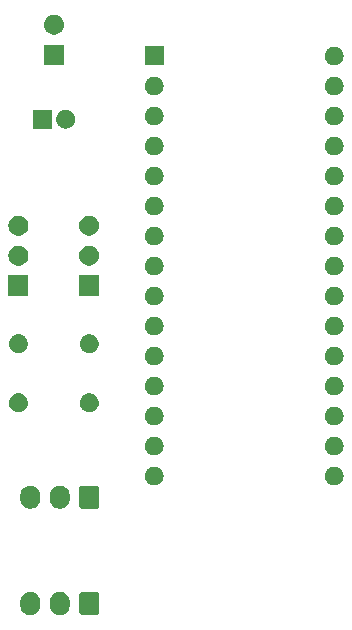
<source format=gbs>
G04 #@! TF.GenerationSoftware,KiCad,Pcbnew,8.0.4*
G04 #@! TF.CreationDate,2024-11-05T19:38:06-08:00*
G04 #@! TF.ProjectId,Engine Control Unit,456e6769-6e65-4204-936f-6e74726f6c20,rev?*
G04 #@! TF.SameCoordinates,Original*
G04 #@! TF.FileFunction,Soldermask,Bot*
G04 #@! TF.FilePolarity,Negative*
%FSLAX46Y46*%
G04 Gerber Fmt 4.6, Leading zero omitted, Abs format (unit mm)*
G04 Created by KiCad (PCBNEW 8.0.4) date 2024-11-05 19:38:06*
%MOMM*%
%LPD*%
G01*
G04 APERTURE LIST*
G04 APERTURE END LIST*
G36*
X135604850Y-127025964D02*
G01*
X135655040Y-127031787D01*
X135672189Y-127039359D01*
X135695671Y-127044030D01*
X135720810Y-127060827D01*
X135740696Y-127069608D01*
X135754277Y-127083189D01*
X135776777Y-127098223D01*
X135791810Y-127120722D01*
X135805391Y-127134303D01*
X135814170Y-127154186D01*
X135830970Y-127179329D01*
X135835641Y-127202812D01*
X135843212Y-127219959D01*
X135849033Y-127270139D01*
X135850000Y-127275000D01*
X135850000Y-128725000D01*
X135849032Y-128729863D01*
X135843212Y-128780040D01*
X135835641Y-128797185D01*
X135830970Y-128820671D01*
X135814169Y-128845815D01*
X135805391Y-128865696D01*
X135791812Y-128879274D01*
X135776777Y-128901777D01*
X135754274Y-128916812D01*
X135740696Y-128930391D01*
X135720815Y-128939169D01*
X135695671Y-128955970D01*
X135672185Y-128960641D01*
X135655040Y-128968212D01*
X135604861Y-128974032D01*
X135600000Y-128975000D01*
X134400000Y-128975000D01*
X134395138Y-128974032D01*
X134344959Y-128968212D01*
X134327812Y-128960641D01*
X134304329Y-128955970D01*
X134279186Y-128939170D01*
X134259303Y-128930391D01*
X134245722Y-128916810D01*
X134223223Y-128901777D01*
X134208189Y-128879277D01*
X134194608Y-128865696D01*
X134185827Y-128845810D01*
X134169030Y-128820671D01*
X134164359Y-128797189D01*
X134156787Y-128780040D01*
X134150964Y-128729849D01*
X134150000Y-128725000D01*
X134150000Y-127275000D01*
X134150964Y-127270150D01*
X134156787Y-127219959D01*
X134164359Y-127202808D01*
X134169030Y-127179329D01*
X134185826Y-127154191D01*
X134194608Y-127134303D01*
X134208191Y-127120719D01*
X134223223Y-127098223D01*
X134245719Y-127083191D01*
X134259303Y-127069608D01*
X134279191Y-127060826D01*
X134304329Y-127044030D01*
X134327808Y-127039359D01*
X134344959Y-127031787D01*
X134395151Y-127025964D01*
X134400000Y-127025000D01*
X135600000Y-127025000D01*
X135604850Y-127025964D01*
G37*
G36*
X130246742Y-127061601D02*
G01*
X130400687Y-127125367D01*
X130539234Y-127217941D01*
X130657059Y-127335766D01*
X130749633Y-127474313D01*
X130813399Y-127628258D01*
X130845907Y-127791685D01*
X130850000Y-127875000D01*
X130850000Y-128125000D01*
X130845907Y-128208315D01*
X130813399Y-128371742D01*
X130749633Y-128525687D01*
X130657059Y-128664234D01*
X130539234Y-128782059D01*
X130400687Y-128874633D01*
X130246742Y-128938399D01*
X130083315Y-128970907D01*
X129916685Y-128970907D01*
X129753258Y-128938399D01*
X129599313Y-128874633D01*
X129460766Y-128782059D01*
X129342941Y-128664234D01*
X129250367Y-128525687D01*
X129186601Y-128371742D01*
X129154093Y-128208315D01*
X129150000Y-128125000D01*
X129150000Y-127875000D01*
X129154093Y-127791685D01*
X129186601Y-127628258D01*
X129250367Y-127474313D01*
X129342941Y-127335766D01*
X129460766Y-127217941D01*
X129599313Y-127125367D01*
X129753258Y-127061601D01*
X129916685Y-127029093D01*
X130083315Y-127029093D01*
X130246742Y-127061601D01*
G37*
G36*
X132746742Y-127061601D02*
G01*
X132900687Y-127125367D01*
X133039234Y-127217941D01*
X133157059Y-127335766D01*
X133249633Y-127474313D01*
X133313399Y-127628258D01*
X133345907Y-127791685D01*
X133350000Y-127875000D01*
X133350000Y-128125000D01*
X133345907Y-128208315D01*
X133313399Y-128371742D01*
X133249633Y-128525687D01*
X133157059Y-128664234D01*
X133039234Y-128782059D01*
X132900687Y-128874633D01*
X132746742Y-128938399D01*
X132583315Y-128970907D01*
X132416685Y-128970907D01*
X132253258Y-128938399D01*
X132099313Y-128874633D01*
X131960766Y-128782059D01*
X131842941Y-128664234D01*
X131750367Y-128525687D01*
X131686601Y-128371742D01*
X131654093Y-128208315D01*
X131650000Y-128125000D01*
X131650000Y-127875000D01*
X131654093Y-127791685D01*
X131686601Y-127628258D01*
X131750367Y-127474313D01*
X131842941Y-127335766D01*
X131960766Y-127217941D01*
X132099313Y-127125367D01*
X132253258Y-127061601D01*
X132416685Y-127029093D01*
X132583315Y-127029093D01*
X132746742Y-127061601D01*
G37*
G36*
X135604850Y-118025964D02*
G01*
X135655040Y-118031787D01*
X135672189Y-118039359D01*
X135695671Y-118044030D01*
X135720810Y-118060827D01*
X135740696Y-118069608D01*
X135754277Y-118083189D01*
X135776777Y-118098223D01*
X135791810Y-118120722D01*
X135805391Y-118134303D01*
X135814170Y-118154186D01*
X135830970Y-118179329D01*
X135835641Y-118202812D01*
X135843212Y-118219959D01*
X135849033Y-118270139D01*
X135850000Y-118275000D01*
X135850000Y-119725000D01*
X135849032Y-119729863D01*
X135843212Y-119780040D01*
X135835641Y-119797185D01*
X135830970Y-119820671D01*
X135814169Y-119845815D01*
X135805391Y-119865696D01*
X135791812Y-119879274D01*
X135776777Y-119901777D01*
X135754274Y-119916812D01*
X135740696Y-119930391D01*
X135720815Y-119939169D01*
X135695671Y-119955970D01*
X135672185Y-119960641D01*
X135655040Y-119968212D01*
X135604861Y-119974032D01*
X135600000Y-119975000D01*
X134400000Y-119975000D01*
X134395138Y-119974032D01*
X134344959Y-119968212D01*
X134327812Y-119960641D01*
X134304329Y-119955970D01*
X134279186Y-119939170D01*
X134259303Y-119930391D01*
X134245722Y-119916810D01*
X134223223Y-119901777D01*
X134208189Y-119879277D01*
X134194608Y-119865696D01*
X134185827Y-119845810D01*
X134169030Y-119820671D01*
X134164359Y-119797189D01*
X134156787Y-119780040D01*
X134150964Y-119729849D01*
X134150000Y-119725000D01*
X134150000Y-118275000D01*
X134150964Y-118270150D01*
X134156787Y-118219959D01*
X134164359Y-118202808D01*
X134169030Y-118179329D01*
X134185826Y-118154191D01*
X134194608Y-118134303D01*
X134208191Y-118120719D01*
X134223223Y-118098223D01*
X134245719Y-118083191D01*
X134259303Y-118069608D01*
X134279191Y-118060826D01*
X134304329Y-118044030D01*
X134327808Y-118039359D01*
X134344959Y-118031787D01*
X134395151Y-118025964D01*
X134400000Y-118025000D01*
X135600000Y-118025000D01*
X135604850Y-118025964D01*
G37*
G36*
X130246742Y-118061601D02*
G01*
X130400687Y-118125367D01*
X130539234Y-118217941D01*
X130657059Y-118335766D01*
X130749633Y-118474313D01*
X130813399Y-118628258D01*
X130845907Y-118791685D01*
X130850000Y-118875000D01*
X130850000Y-119125000D01*
X130845907Y-119208315D01*
X130813399Y-119371742D01*
X130749633Y-119525687D01*
X130657059Y-119664234D01*
X130539234Y-119782059D01*
X130400687Y-119874633D01*
X130246742Y-119938399D01*
X130083315Y-119970907D01*
X129916685Y-119970907D01*
X129753258Y-119938399D01*
X129599313Y-119874633D01*
X129460766Y-119782059D01*
X129342941Y-119664234D01*
X129250367Y-119525687D01*
X129186601Y-119371742D01*
X129154093Y-119208315D01*
X129150000Y-119125000D01*
X129150000Y-118875000D01*
X129154093Y-118791685D01*
X129186601Y-118628258D01*
X129250367Y-118474313D01*
X129342941Y-118335766D01*
X129460766Y-118217941D01*
X129599313Y-118125367D01*
X129753258Y-118061601D01*
X129916685Y-118029093D01*
X130083315Y-118029093D01*
X130246742Y-118061601D01*
G37*
G36*
X132746742Y-118061601D02*
G01*
X132900687Y-118125367D01*
X133039234Y-118217941D01*
X133157059Y-118335766D01*
X133249633Y-118474313D01*
X133313399Y-118628258D01*
X133345907Y-118791685D01*
X133350000Y-118875000D01*
X133350000Y-119125000D01*
X133345907Y-119208315D01*
X133313399Y-119371742D01*
X133249633Y-119525687D01*
X133157059Y-119664234D01*
X133039234Y-119782059D01*
X132900687Y-119874633D01*
X132746742Y-119938399D01*
X132583315Y-119970907D01*
X132416685Y-119970907D01*
X132253258Y-119938399D01*
X132099313Y-119874633D01*
X131960766Y-119782059D01*
X131842941Y-119664234D01*
X131750367Y-119525687D01*
X131686601Y-119371742D01*
X131654093Y-119208315D01*
X131650000Y-119125000D01*
X131650000Y-118875000D01*
X131654093Y-118791685D01*
X131686601Y-118628258D01*
X131750367Y-118474313D01*
X131842941Y-118335766D01*
X131960766Y-118217941D01*
X132099313Y-118125367D01*
X132253258Y-118061601D01*
X132416685Y-118029093D01*
X132583315Y-118029093D01*
X132746742Y-118061601D01*
G37*
G36*
X140541811Y-116404711D02*
G01*
X140583588Y-116404711D01*
X140630718Y-116414728D01*
X140678017Y-116420058D01*
X140712408Y-116432092D01*
X140747110Y-116439468D01*
X140797117Y-116461733D01*
X140847107Y-116479225D01*
X140873128Y-116495575D01*
X140899835Y-116507466D01*
X140949633Y-116543646D01*
X140998792Y-116574535D01*
X141016444Y-116592187D01*
X141035084Y-116605730D01*
X141081165Y-116656908D01*
X141125465Y-116701208D01*
X141135654Y-116717424D01*
X141146946Y-116729965D01*
X141185573Y-116796870D01*
X141220775Y-116852893D01*
X141225170Y-116865453D01*
X141230535Y-116874746D01*
X141258010Y-116959305D01*
X141279942Y-117021983D01*
X141280773Y-117029363D01*
X141282195Y-117033738D01*
X141295076Y-117156306D01*
X141300000Y-117200000D01*
X141295076Y-117243697D01*
X141282195Y-117366261D01*
X141280773Y-117370635D01*
X141279942Y-117378017D01*
X141258005Y-117440707D01*
X141230535Y-117525253D01*
X141225171Y-117534543D01*
X141220775Y-117547107D01*
X141185566Y-117603140D01*
X141146946Y-117670034D01*
X141135656Y-117682572D01*
X141125465Y-117698792D01*
X141081155Y-117743101D01*
X141035084Y-117794269D01*
X141016448Y-117807808D01*
X140998792Y-117825465D01*
X140949623Y-117856359D01*
X140899835Y-117892533D01*
X140873134Y-117904421D01*
X140847107Y-117920775D01*
X140797107Y-117938270D01*
X140747110Y-117960531D01*
X140712414Y-117967905D01*
X140678017Y-117979942D01*
X140630715Y-117985271D01*
X140583588Y-117995289D01*
X140541811Y-117995289D01*
X140500000Y-118000000D01*
X140458189Y-117995289D01*
X140416412Y-117995289D01*
X140369284Y-117985271D01*
X140321983Y-117979942D01*
X140287586Y-117967906D01*
X140252889Y-117960531D01*
X140202887Y-117938268D01*
X140152893Y-117920775D01*
X140126868Y-117904422D01*
X140100164Y-117892533D01*
X140050369Y-117856355D01*
X140001208Y-117825465D01*
X139983554Y-117807811D01*
X139964915Y-117794269D01*
X139918833Y-117743090D01*
X139874535Y-117698792D01*
X139864345Y-117682575D01*
X139853053Y-117670034D01*
X139814420Y-117603120D01*
X139779225Y-117547107D01*
X139774830Y-117534547D01*
X139769464Y-117525253D01*
X139741980Y-117440667D01*
X139720058Y-117378017D01*
X139719226Y-117370639D01*
X139717804Y-117366261D01*
X139704908Y-117243565D01*
X139700000Y-117200000D01*
X139704908Y-117156438D01*
X139717804Y-117033738D01*
X139719226Y-117029358D01*
X139720058Y-117021983D01*
X139741975Y-116959345D01*
X139769464Y-116874746D01*
X139774831Y-116865449D01*
X139779225Y-116852893D01*
X139814413Y-116796890D01*
X139853053Y-116729965D01*
X139864347Y-116717421D01*
X139874535Y-116701208D01*
X139918826Y-116656916D01*
X139964917Y-116605728D01*
X139983559Y-116592183D01*
X140001208Y-116574535D01*
X140050354Y-116543654D01*
X140100162Y-116507467D01*
X140126873Y-116495574D01*
X140152893Y-116479225D01*
X140202877Y-116461734D01*
X140252889Y-116439468D01*
X140287592Y-116432091D01*
X140321983Y-116420058D01*
X140369281Y-116414728D01*
X140416412Y-116404711D01*
X140458189Y-116404711D01*
X140500000Y-116400000D01*
X140541811Y-116404711D01*
G37*
G36*
X155781811Y-116404711D02*
G01*
X155823588Y-116404711D01*
X155870718Y-116414728D01*
X155918017Y-116420058D01*
X155952408Y-116432092D01*
X155987110Y-116439468D01*
X156037117Y-116461733D01*
X156087107Y-116479225D01*
X156113128Y-116495575D01*
X156139835Y-116507466D01*
X156189633Y-116543646D01*
X156238792Y-116574535D01*
X156256444Y-116592187D01*
X156275084Y-116605730D01*
X156321165Y-116656908D01*
X156365465Y-116701208D01*
X156375654Y-116717424D01*
X156386946Y-116729965D01*
X156425573Y-116796870D01*
X156460775Y-116852893D01*
X156465170Y-116865453D01*
X156470535Y-116874746D01*
X156498010Y-116959305D01*
X156519942Y-117021983D01*
X156520773Y-117029363D01*
X156522195Y-117033738D01*
X156535076Y-117156306D01*
X156540000Y-117200000D01*
X156535076Y-117243697D01*
X156522195Y-117366261D01*
X156520773Y-117370635D01*
X156519942Y-117378017D01*
X156498005Y-117440707D01*
X156470535Y-117525253D01*
X156465171Y-117534543D01*
X156460775Y-117547107D01*
X156425566Y-117603140D01*
X156386946Y-117670034D01*
X156375656Y-117682572D01*
X156365465Y-117698792D01*
X156321155Y-117743101D01*
X156275084Y-117794269D01*
X156256448Y-117807808D01*
X156238792Y-117825465D01*
X156189623Y-117856359D01*
X156139835Y-117892533D01*
X156113134Y-117904421D01*
X156087107Y-117920775D01*
X156037107Y-117938270D01*
X155987110Y-117960531D01*
X155952414Y-117967905D01*
X155918017Y-117979942D01*
X155870715Y-117985271D01*
X155823588Y-117995289D01*
X155781811Y-117995289D01*
X155740000Y-118000000D01*
X155698189Y-117995289D01*
X155656412Y-117995289D01*
X155609284Y-117985271D01*
X155561983Y-117979942D01*
X155527586Y-117967906D01*
X155492889Y-117960531D01*
X155442887Y-117938268D01*
X155392893Y-117920775D01*
X155366868Y-117904422D01*
X155340164Y-117892533D01*
X155290369Y-117856355D01*
X155241208Y-117825465D01*
X155223554Y-117807811D01*
X155204915Y-117794269D01*
X155158833Y-117743090D01*
X155114535Y-117698792D01*
X155104345Y-117682575D01*
X155093053Y-117670034D01*
X155054420Y-117603120D01*
X155019225Y-117547107D01*
X155014830Y-117534547D01*
X155009464Y-117525253D01*
X154981980Y-117440667D01*
X154960058Y-117378017D01*
X154959226Y-117370639D01*
X154957804Y-117366261D01*
X154944908Y-117243565D01*
X154940000Y-117200000D01*
X154944908Y-117156438D01*
X154957804Y-117033738D01*
X154959226Y-117029358D01*
X154960058Y-117021983D01*
X154981975Y-116959345D01*
X155009464Y-116874746D01*
X155014831Y-116865449D01*
X155019225Y-116852893D01*
X155054413Y-116796890D01*
X155093053Y-116729965D01*
X155104347Y-116717421D01*
X155114535Y-116701208D01*
X155158826Y-116656916D01*
X155204917Y-116605728D01*
X155223559Y-116592183D01*
X155241208Y-116574535D01*
X155290354Y-116543654D01*
X155340162Y-116507467D01*
X155366873Y-116495574D01*
X155392893Y-116479225D01*
X155442877Y-116461734D01*
X155492889Y-116439468D01*
X155527592Y-116432091D01*
X155561983Y-116420058D01*
X155609281Y-116414728D01*
X155656412Y-116404711D01*
X155698189Y-116404711D01*
X155740000Y-116400000D01*
X155781811Y-116404711D01*
G37*
G36*
X140541811Y-113864711D02*
G01*
X140583588Y-113864711D01*
X140630718Y-113874728D01*
X140678017Y-113880058D01*
X140712408Y-113892092D01*
X140747110Y-113899468D01*
X140797117Y-113921733D01*
X140847107Y-113939225D01*
X140873128Y-113955575D01*
X140899835Y-113967466D01*
X140949633Y-114003646D01*
X140998792Y-114034535D01*
X141016444Y-114052187D01*
X141035084Y-114065730D01*
X141081165Y-114116908D01*
X141125465Y-114161208D01*
X141135654Y-114177424D01*
X141146946Y-114189965D01*
X141185573Y-114256870D01*
X141220775Y-114312893D01*
X141225170Y-114325453D01*
X141230535Y-114334746D01*
X141258010Y-114419305D01*
X141279942Y-114481983D01*
X141280773Y-114489363D01*
X141282195Y-114493738D01*
X141295076Y-114616306D01*
X141300000Y-114660000D01*
X141295076Y-114703697D01*
X141282195Y-114826261D01*
X141280773Y-114830635D01*
X141279942Y-114838017D01*
X141258005Y-114900707D01*
X141230535Y-114985253D01*
X141225171Y-114994543D01*
X141220775Y-115007107D01*
X141185566Y-115063140D01*
X141146946Y-115130034D01*
X141135656Y-115142572D01*
X141125465Y-115158792D01*
X141081155Y-115203101D01*
X141035084Y-115254269D01*
X141016448Y-115267808D01*
X140998792Y-115285465D01*
X140949623Y-115316359D01*
X140899835Y-115352533D01*
X140873134Y-115364421D01*
X140847107Y-115380775D01*
X140797107Y-115398270D01*
X140747110Y-115420531D01*
X140712414Y-115427905D01*
X140678017Y-115439942D01*
X140630715Y-115445271D01*
X140583588Y-115455289D01*
X140541811Y-115455289D01*
X140500000Y-115460000D01*
X140458189Y-115455289D01*
X140416412Y-115455289D01*
X140369284Y-115445271D01*
X140321983Y-115439942D01*
X140287586Y-115427906D01*
X140252889Y-115420531D01*
X140202887Y-115398268D01*
X140152893Y-115380775D01*
X140126868Y-115364422D01*
X140100164Y-115352533D01*
X140050369Y-115316355D01*
X140001208Y-115285465D01*
X139983554Y-115267811D01*
X139964915Y-115254269D01*
X139918833Y-115203090D01*
X139874535Y-115158792D01*
X139864345Y-115142575D01*
X139853053Y-115130034D01*
X139814420Y-115063120D01*
X139779225Y-115007107D01*
X139774830Y-114994547D01*
X139769464Y-114985253D01*
X139741980Y-114900667D01*
X139720058Y-114838017D01*
X139719226Y-114830639D01*
X139717804Y-114826261D01*
X139704908Y-114703565D01*
X139700000Y-114660000D01*
X139704908Y-114616438D01*
X139717804Y-114493738D01*
X139719226Y-114489358D01*
X139720058Y-114481983D01*
X139741975Y-114419345D01*
X139769464Y-114334746D01*
X139774831Y-114325449D01*
X139779225Y-114312893D01*
X139814413Y-114256890D01*
X139853053Y-114189965D01*
X139864347Y-114177421D01*
X139874535Y-114161208D01*
X139918826Y-114116916D01*
X139964917Y-114065728D01*
X139983559Y-114052183D01*
X140001208Y-114034535D01*
X140050354Y-114003654D01*
X140100162Y-113967467D01*
X140126873Y-113955574D01*
X140152893Y-113939225D01*
X140202877Y-113921734D01*
X140252889Y-113899468D01*
X140287592Y-113892091D01*
X140321983Y-113880058D01*
X140369281Y-113874728D01*
X140416412Y-113864711D01*
X140458189Y-113864711D01*
X140500000Y-113860000D01*
X140541811Y-113864711D01*
G37*
G36*
X155781811Y-113864711D02*
G01*
X155823588Y-113864711D01*
X155870718Y-113874728D01*
X155918017Y-113880058D01*
X155952408Y-113892092D01*
X155987110Y-113899468D01*
X156037117Y-113921733D01*
X156087107Y-113939225D01*
X156113128Y-113955575D01*
X156139835Y-113967466D01*
X156189633Y-114003646D01*
X156238792Y-114034535D01*
X156256444Y-114052187D01*
X156275084Y-114065730D01*
X156321165Y-114116908D01*
X156365465Y-114161208D01*
X156375654Y-114177424D01*
X156386946Y-114189965D01*
X156425573Y-114256870D01*
X156460775Y-114312893D01*
X156465170Y-114325453D01*
X156470535Y-114334746D01*
X156498010Y-114419305D01*
X156519942Y-114481983D01*
X156520773Y-114489363D01*
X156522195Y-114493738D01*
X156535076Y-114616306D01*
X156540000Y-114660000D01*
X156535076Y-114703697D01*
X156522195Y-114826261D01*
X156520773Y-114830635D01*
X156519942Y-114838017D01*
X156498005Y-114900707D01*
X156470535Y-114985253D01*
X156465171Y-114994543D01*
X156460775Y-115007107D01*
X156425566Y-115063140D01*
X156386946Y-115130034D01*
X156375656Y-115142572D01*
X156365465Y-115158792D01*
X156321155Y-115203101D01*
X156275084Y-115254269D01*
X156256448Y-115267808D01*
X156238792Y-115285465D01*
X156189623Y-115316359D01*
X156139835Y-115352533D01*
X156113134Y-115364421D01*
X156087107Y-115380775D01*
X156037107Y-115398270D01*
X155987110Y-115420531D01*
X155952414Y-115427905D01*
X155918017Y-115439942D01*
X155870715Y-115445271D01*
X155823588Y-115455289D01*
X155781811Y-115455289D01*
X155740000Y-115460000D01*
X155698189Y-115455289D01*
X155656412Y-115455289D01*
X155609284Y-115445271D01*
X155561983Y-115439942D01*
X155527586Y-115427906D01*
X155492889Y-115420531D01*
X155442887Y-115398268D01*
X155392893Y-115380775D01*
X155366868Y-115364422D01*
X155340164Y-115352533D01*
X155290369Y-115316355D01*
X155241208Y-115285465D01*
X155223554Y-115267811D01*
X155204915Y-115254269D01*
X155158833Y-115203090D01*
X155114535Y-115158792D01*
X155104345Y-115142575D01*
X155093053Y-115130034D01*
X155054420Y-115063120D01*
X155019225Y-115007107D01*
X155014830Y-114994547D01*
X155009464Y-114985253D01*
X154981980Y-114900667D01*
X154960058Y-114838017D01*
X154959226Y-114830639D01*
X154957804Y-114826261D01*
X154944908Y-114703565D01*
X154940000Y-114660000D01*
X154944908Y-114616438D01*
X154957804Y-114493738D01*
X154959226Y-114489358D01*
X154960058Y-114481983D01*
X154981975Y-114419345D01*
X155009464Y-114334746D01*
X155014831Y-114325449D01*
X155019225Y-114312893D01*
X155054413Y-114256890D01*
X155093053Y-114189965D01*
X155104347Y-114177421D01*
X155114535Y-114161208D01*
X155158826Y-114116916D01*
X155204917Y-114065728D01*
X155223559Y-114052183D01*
X155241208Y-114034535D01*
X155290354Y-114003654D01*
X155340162Y-113967467D01*
X155366873Y-113955574D01*
X155392893Y-113939225D01*
X155442877Y-113921734D01*
X155492889Y-113899468D01*
X155527592Y-113892091D01*
X155561983Y-113880058D01*
X155609281Y-113874728D01*
X155656412Y-113864711D01*
X155698189Y-113864711D01*
X155740000Y-113860000D01*
X155781811Y-113864711D01*
G37*
G36*
X140541811Y-111324711D02*
G01*
X140583588Y-111324711D01*
X140630718Y-111334728D01*
X140678017Y-111340058D01*
X140712408Y-111352092D01*
X140747110Y-111359468D01*
X140797117Y-111381733D01*
X140847107Y-111399225D01*
X140873128Y-111415575D01*
X140899835Y-111427466D01*
X140949633Y-111463646D01*
X140998792Y-111494535D01*
X141016444Y-111512187D01*
X141035084Y-111525730D01*
X141081165Y-111576908D01*
X141125465Y-111621208D01*
X141135654Y-111637424D01*
X141146946Y-111649965D01*
X141185573Y-111716870D01*
X141220775Y-111772893D01*
X141225170Y-111785453D01*
X141230535Y-111794746D01*
X141258010Y-111879305D01*
X141279942Y-111941983D01*
X141280773Y-111949363D01*
X141282195Y-111953738D01*
X141295076Y-112076306D01*
X141300000Y-112120000D01*
X141295076Y-112163697D01*
X141282195Y-112286261D01*
X141280773Y-112290635D01*
X141279942Y-112298017D01*
X141258005Y-112360707D01*
X141230535Y-112445253D01*
X141225171Y-112454543D01*
X141220775Y-112467107D01*
X141185566Y-112523140D01*
X141146946Y-112590034D01*
X141135656Y-112602572D01*
X141125465Y-112618792D01*
X141081155Y-112663101D01*
X141035084Y-112714269D01*
X141016448Y-112727808D01*
X140998792Y-112745465D01*
X140949623Y-112776359D01*
X140899835Y-112812533D01*
X140873134Y-112824421D01*
X140847107Y-112840775D01*
X140797107Y-112858270D01*
X140747110Y-112880531D01*
X140712414Y-112887905D01*
X140678017Y-112899942D01*
X140630715Y-112905271D01*
X140583588Y-112915289D01*
X140541811Y-112915289D01*
X140500000Y-112920000D01*
X140458189Y-112915289D01*
X140416412Y-112915289D01*
X140369284Y-112905271D01*
X140321983Y-112899942D01*
X140287586Y-112887906D01*
X140252889Y-112880531D01*
X140202887Y-112858268D01*
X140152893Y-112840775D01*
X140126868Y-112824422D01*
X140100164Y-112812533D01*
X140050369Y-112776355D01*
X140001208Y-112745465D01*
X139983554Y-112727811D01*
X139964915Y-112714269D01*
X139918833Y-112663090D01*
X139874535Y-112618792D01*
X139864345Y-112602575D01*
X139853053Y-112590034D01*
X139814420Y-112523120D01*
X139779225Y-112467107D01*
X139774830Y-112454547D01*
X139769464Y-112445253D01*
X139741980Y-112360667D01*
X139720058Y-112298017D01*
X139719226Y-112290639D01*
X139717804Y-112286261D01*
X139704908Y-112163565D01*
X139700000Y-112120000D01*
X139704908Y-112076438D01*
X139717804Y-111953738D01*
X139719226Y-111949358D01*
X139720058Y-111941983D01*
X139741975Y-111879345D01*
X139769464Y-111794746D01*
X139774831Y-111785449D01*
X139779225Y-111772893D01*
X139814413Y-111716890D01*
X139853053Y-111649965D01*
X139864347Y-111637421D01*
X139874535Y-111621208D01*
X139918826Y-111576916D01*
X139964917Y-111525728D01*
X139983559Y-111512183D01*
X140001208Y-111494535D01*
X140050354Y-111463654D01*
X140100162Y-111427467D01*
X140126873Y-111415574D01*
X140152893Y-111399225D01*
X140202877Y-111381734D01*
X140252889Y-111359468D01*
X140287592Y-111352091D01*
X140321983Y-111340058D01*
X140369281Y-111334728D01*
X140416412Y-111324711D01*
X140458189Y-111324711D01*
X140500000Y-111320000D01*
X140541811Y-111324711D01*
G37*
G36*
X155781811Y-111324711D02*
G01*
X155823588Y-111324711D01*
X155870718Y-111334728D01*
X155918017Y-111340058D01*
X155952408Y-111352092D01*
X155987110Y-111359468D01*
X156037117Y-111381733D01*
X156087107Y-111399225D01*
X156113128Y-111415575D01*
X156139835Y-111427466D01*
X156189633Y-111463646D01*
X156238792Y-111494535D01*
X156256444Y-111512187D01*
X156275084Y-111525730D01*
X156321165Y-111576908D01*
X156365465Y-111621208D01*
X156375654Y-111637424D01*
X156386946Y-111649965D01*
X156425573Y-111716870D01*
X156460775Y-111772893D01*
X156465170Y-111785453D01*
X156470535Y-111794746D01*
X156498010Y-111879305D01*
X156519942Y-111941983D01*
X156520773Y-111949363D01*
X156522195Y-111953738D01*
X156535076Y-112076306D01*
X156540000Y-112120000D01*
X156535076Y-112163697D01*
X156522195Y-112286261D01*
X156520773Y-112290635D01*
X156519942Y-112298017D01*
X156498005Y-112360707D01*
X156470535Y-112445253D01*
X156465171Y-112454543D01*
X156460775Y-112467107D01*
X156425566Y-112523140D01*
X156386946Y-112590034D01*
X156375656Y-112602572D01*
X156365465Y-112618792D01*
X156321155Y-112663101D01*
X156275084Y-112714269D01*
X156256448Y-112727808D01*
X156238792Y-112745465D01*
X156189623Y-112776359D01*
X156139835Y-112812533D01*
X156113134Y-112824421D01*
X156087107Y-112840775D01*
X156037107Y-112858270D01*
X155987110Y-112880531D01*
X155952414Y-112887905D01*
X155918017Y-112899942D01*
X155870715Y-112905271D01*
X155823588Y-112915289D01*
X155781811Y-112915289D01*
X155740000Y-112920000D01*
X155698189Y-112915289D01*
X155656412Y-112915289D01*
X155609284Y-112905271D01*
X155561983Y-112899942D01*
X155527586Y-112887906D01*
X155492889Y-112880531D01*
X155442887Y-112858268D01*
X155392893Y-112840775D01*
X155366868Y-112824422D01*
X155340164Y-112812533D01*
X155290369Y-112776355D01*
X155241208Y-112745465D01*
X155223554Y-112727811D01*
X155204915Y-112714269D01*
X155158833Y-112663090D01*
X155114535Y-112618792D01*
X155104345Y-112602575D01*
X155093053Y-112590034D01*
X155054420Y-112523120D01*
X155019225Y-112467107D01*
X155014830Y-112454547D01*
X155009464Y-112445253D01*
X154981980Y-112360667D01*
X154960058Y-112298017D01*
X154959226Y-112290639D01*
X154957804Y-112286261D01*
X154944908Y-112163565D01*
X154940000Y-112120000D01*
X154944908Y-112076438D01*
X154957804Y-111953738D01*
X154959226Y-111949358D01*
X154960058Y-111941983D01*
X154981975Y-111879345D01*
X155009464Y-111794746D01*
X155014831Y-111785449D01*
X155019225Y-111772893D01*
X155054413Y-111716890D01*
X155093053Y-111649965D01*
X155104347Y-111637421D01*
X155114535Y-111621208D01*
X155158826Y-111576916D01*
X155204917Y-111525728D01*
X155223559Y-111512183D01*
X155241208Y-111494535D01*
X155290354Y-111463654D01*
X155340162Y-111427467D01*
X155366873Y-111415574D01*
X155392893Y-111399225D01*
X155442877Y-111381734D01*
X155492889Y-111359468D01*
X155527592Y-111352091D01*
X155561983Y-111340058D01*
X155609281Y-111334728D01*
X155656412Y-111324711D01*
X155698189Y-111324711D01*
X155740000Y-111320000D01*
X155781811Y-111324711D01*
G37*
G36*
X129041811Y-110204711D02*
G01*
X129083588Y-110204711D01*
X129130718Y-110214728D01*
X129178017Y-110220058D01*
X129212408Y-110232092D01*
X129247110Y-110239468D01*
X129297117Y-110261733D01*
X129347107Y-110279225D01*
X129373128Y-110295575D01*
X129399835Y-110307466D01*
X129449633Y-110343646D01*
X129498792Y-110374535D01*
X129516444Y-110392187D01*
X129535084Y-110405730D01*
X129581165Y-110456908D01*
X129625465Y-110501208D01*
X129635654Y-110517424D01*
X129646946Y-110529965D01*
X129685573Y-110596870D01*
X129720775Y-110652893D01*
X129725170Y-110665453D01*
X129730535Y-110674746D01*
X129758010Y-110759305D01*
X129779942Y-110821983D01*
X129780773Y-110829363D01*
X129782195Y-110833738D01*
X129795076Y-110956306D01*
X129800000Y-111000000D01*
X129795076Y-111043697D01*
X129782195Y-111166261D01*
X129780773Y-111170635D01*
X129779942Y-111178017D01*
X129758005Y-111240707D01*
X129730535Y-111325253D01*
X129725171Y-111334543D01*
X129720775Y-111347107D01*
X129685566Y-111403140D01*
X129646946Y-111470034D01*
X129635656Y-111482572D01*
X129625465Y-111498792D01*
X129581155Y-111543101D01*
X129535084Y-111594269D01*
X129516448Y-111607808D01*
X129498792Y-111625465D01*
X129449623Y-111656359D01*
X129399835Y-111692533D01*
X129373134Y-111704421D01*
X129347107Y-111720775D01*
X129297107Y-111738270D01*
X129247110Y-111760531D01*
X129212414Y-111767905D01*
X129178017Y-111779942D01*
X129130715Y-111785271D01*
X129083588Y-111795289D01*
X129041811Y-111795289D01*
X129000000Y-111800000D01*
X128958189Y-111795289D01*
X128916412Y-111795289D01*
X128869284Y-111785271D01*
X128821983Y-111779942D01*
X128787586Y-111767906D01*
X128752889Y-111760531D01*
X128702887Y-111738268D01*
X128652893Y-111720775D01*
X128626868Y-111704422D01*
X128600164Y-111692533D01*
X128550369Y-111656355D01*
X128501208Y-111625465D01*
X128483554Y-111607811D01*
X128464915Y-111594269D01*
X128418833Y-111543090D01*
X128374535Y-111498792D01*
X128364345Y-111482575D01*
X128353053Y-111470034D01*
X128314420Y-111403120D01*
X128279225Y-111347107D01*
X128274830Y-111334547D01*
X128269464Y-111325253D01*
X128241980Y-111240667D01*
X128220058Y-111178017D01*
X128219226Y-111170639D01*
X128217804Y-111166261D01*
X128204908Y-111043565D01*
X128200000Y-111000000D01*
X128204908Y-110956438D01*
X128217804Y-110833738D01*
X128219226Y-110829358D01*
X128220058Y-110821983D01*
X128241975Y-110759345D01*
X128269464Y-110674746D01*
X128274831Y-110665449D01*
X128279225Y-110652893D01*
X128314413Y-110596890D01*
X128353053Y-110529965D01*
X128364347Y-110517421D01*
X128374535Y-110501208D01*
X128418826Y-110456916D01*
X128464917Y-110405728D01*
X128483559Y-110392183D01*
X128501208Y-110374535D01*
X128550354Y-110343654D01*
X128600162Y-110307467D01*
X128626873Y-110295574D01*
X128652893Y-110279225D01*
X128702877Y-110261734D01*
X128752889Y-110239468D01*
X128787592Y-110232091D01*
X128821983Y-110220058D01*
X128869281Y-110214728D01*
X128916412Y-110204711D01*
X128958189Y-110204711D01*
X129000000Y-110200000D01*
X129041811Y-110204711D01*
G37*
G36*
X135041811Y-110204711D02*
G01*
X135083588Y-110204711D01*
X135130718Y-110214728D01*
X135178017Y-110220058D01*
X135212408Y-110232092D01*
X135247110Y-110239468D01*
X135297117Y-110261733D01*
X135347107Y-110279225D01*
X135373128Y-110295575D01*
X135399835Y-110307466D01*
X135449633Y-110343646D01*
X135498792Y-110374535D01*
X135516444Y-110392187D01*
X135535084Y-110405730D01*
X135581165Y-110456908D01*
X135625465Y-110501208D01*
X135635654Y-110517424D01*
X135646946Y-110529965D01*
X135685573Y-110596870D01*
X135720775Y-110652893D01*
X135725170Y-110665453D01*
X135730535Y-110674746D01*
X135758010Y-110759305D01*
X135779942Y-110821983D01*
X135780773Y-110829363D01*
X135782195Y-110833738D01*
X135795076Y-110956306D01*
X135800000Y-111000000D01*
X135795076Y-111043697D01*
X135782195Y-111166261D01*
X135780773Y-111170635D01*
X135779942Y-111178017D01*
X135758005Y-111240707D01*
X135730535Y-111325253D01*
X135725171Y-111334543D01*
X135720775Y-111347107D01*
X135685566Y-111403140D01*
X135646946Y-111470034D01*
X135635656Y-111482572D01*
X135625465Y-111498792D01*
X135581155Y-111543101D01*
X135535084Y-111594269D01*
X135516448Y-111607808D01*
X135498792Y-111625465D01*
X135449623Y-111656359D01*
X135399835Y-111692533D01*
X135373134Y-111704421D01*
X135347107Y-111720775D01*
X135297107Y-111738270D01*
X135247110Y-111760531D01*
X135212414Y-111767905D01*
X135178017Y-111779942D01*
X135130715Y-111785271D01*
X135083588Y-111795289D01*
X135041811Y-111795289D01*
X135000000Y-111800000D01*
X134958189Y-111795289D01*
X134916412Y-111795289D01*
X134869284Y-111785271D01*
X134821983Y-111779942D01*
X134787586Y-111767906D01*
X134752889Y-111760531D01*
X134702887Y-111738268D01*
X134652893Y-111720775D01*
X134626868Y-111704422D01*
X134600164Y-111692533D01*
X134550369Y-111656355D01*
X134501208Y-111625465D01*
X134483554Y-111607811D01*
X134464915Y-111594269D01*
X134418833Y-111543090D01*
X134374535Y-111498792D01*
X134364345Y-111482575D01*
X134353053Y-111470034D01*
X134314420Y-111403120D01*
X134279225Y-111347107D01*
X134274830Y-111334547D01*
X134269464Y-111325253D01*
X134241980Y-111240667D01*
X134220058Y-111178017D01*
X134219226Y-111170639D01*
X134217804Y-111166261D01*
X134204908Y-111043565D01*
X134200000Y-111000000D01*
X134204908Y-110956438D01*
X134217804Y-110833738D01*
X134219226Y-110829358D01*
X134220058Y-110821983D01*
X134241975Y-110759345D01*
X134269464Y-110674746D01*
X134274831Y-110665449D01*
X134279225Y-110652893D01*
X134314413Y-110596890D01*
X134353053Y-110529965D01*
X134364347Y-110517421D01*
X134374535Y-110501208D01*
X134418826Y-110456916D01*
X134464917Y-110405728D01*
X134483559Y-110392183D01*
X134501208Y-110374535D01*
X134550354Y-110343654D01*
X134600162Y-110307467D01*
X134626873Y-110295574D01*
X134652893Y-110279225D01*
X134702877Y-110261734D01*
X134752889Y-110239468D01*
X134787592Y-110232091D01*
X134821983Y-110220058D01*
X134869281Y-110214728D01*
X134916412Y-110204711D01*
X134958189Y-110204711D01*
X135000000Y-110200000D01*
X135041811Y-110204711D01*
G37*
G36*
X140541811Y-108784711D02*
G01*
X140583588Y-108784711D01*
X140630718Y-108794728D01*
X140678017Y-108800058D01*
X140712408Y-108812092D01*
X140747110Y-108819468D01*
X140797117Y-108841733D01*
X140847107Y-108859225D01*
X140873128Y-108875575D01*
X140899835Y-108887466D01*
X140949633Y-108923646D01*
X140998792Y-108954535D01*
X141016444Y-108972187D01*
X141035084Y-108985730D01*
X141081165Y-109036908D01*
X141125465Y-109081208D01*
X141135654Y-109097424D01*
X141146946Y-109109965D01*
X141185573Y-109176870D01*
X141220775Y-109232893D01*
X141225170Y-109245453D01*
X141230535Y-109254746D01*
X141258010Y-109339305D01*
X141279942Y-109401983D01*
X141280773Y-109409363D01*
X141282195Y-109413738D01*
X141295076Y-109536306D01*
X141300000Y-109580000D01*
X141295076Y-109623697D01*
X141282195Y-109746261D01*
X141280773Y-109750635D01*
X141279942Y-109758017D01*
X141258005Y-109820707D01*
X141230535Y-109905253D01*
X141225171Y-109914543D01*
X141220775Y-109927107D01*
X141185566Y-109983140D01*
X141146946Y-110050034D01*
X141135656Y-110062572D01*
X141125465Y-110078792D01*
X141081155Y-110123101D01*
X141035084Y-110174269D01*
X141016448Y-110187808D01*
X140998792Y-110205465D01*
X140949623Y-110236359D01*
X140899835Y-110272533D01*
X140873134Y-110284421D01*
X140847107Y-110300775D01*
X140797107Y-110318270D01*
X140747110Y-110340531D01*
X140712414Y-110347905D01*
X140678017Y-110359942D01*
X140630715Y-110365271D01*
X140583588Y-110375289D01*
X140541811Y-110375289D01*
X140500000Y-110380000D01*
X140458189Y-110375289D01*
X140416412Y-110375289D01*
X140369284Y-110365271D01*
X140321983Y-110359942D01*
X140287586Y-110347906D01*
X140252889Y-110340531D01*
X140202887Y-110318268D01*
X140152893Y-110300775D01*
X140126868Y-110284422D01*
X140100164Y-110272533D01*
X140050369Y-110236355D01*
X140001208Y-110205465D01*
X139983554Y-110187811D01*
X139964915Y-110174269D01*
X139918833Y-110123090D01*
X139874535Y-110078792D01*
X139864345Y-110062575D01*
X139853053Y-110050034D01*
X139814420Y-109983120D01*
X139779225Y-109927107D01*
X139774830Y-109914547D01*
X139769464Y-109905253D01*
X139741980Y-109820667D01*
X139720058Y-109758017D01*
X139719226Y-109750639D01*
X139717804Y-109746261D01*
X139704908Y-109623565D01*
X139700000Y-109580000D01*
X139704908Y-109536438D01*
X139717804Y-109413738D01*
X139719226Y-109409358D01*
X139720058Y-109401983D01*
X139741975Y-109339345D01*
X139769464Y-109254746D01*
X139774831Y-109245449D01*
X139779225Y-109232893D01*
X139814413Y-109176890D01*
X139853053Y-109109965D01*
X139864347Y-109097421D01*
X139874535Y-109081208D01*
X139918826Y-109036916D01*
X139964917Y-108985728D01*
X139983559Y-108972183D01*
X140001208Y-108954535D01*
X140050354Y-108923654D01*
X140100162Y-108887467D01*
X140126873Y-108875574D01*
X140152893Y-108859225D01*
X140202877Y-108841734D01*
X140252889Y-108819468D01*
X140287592Y-108812091D01*
X140321983Y-108800058D01*
X140369281Y-108794728D01*
X140416412Y-108784711D01*
X140458189Y-108784711D01*
X140500000Y-108780000D01*
X140541811Y-108784711D01*
G37*
G36*
X155781811Y-108784711D02*
G01*
X155823588Y-108784711D01*
X155870718Y-108794728D01*
X155918017Y-108800058D01*
X155952408Y-108812092D01*
X155987110Y-108819468D01*
X156037117Y-108841733D01*
X156087107Y-108859225D01*
X156113128Y-108875575D01*
X156139835Y-108887466D01*
X156189633Y-108923646D01*
X156238792Y-108954535D01*
X156256444Y-108972187D01*
X156275084Y-108985730D01*
X156321165Y-109036908D01*
X156365465Y-109081208D01*
X156375654Y-109097424D01*
X156386946Y-109109965D01*
X156425573Y-109176870D01*
X156460775Y-109232893D01*
X156465170Y-109245453D01*
X156470535Y-109254746D01*
X156498010Y-109339305D01*
X156519942Y-109401983D01*
X156520773Y-109409363D01*
X156522195Y-109413738D01*
X156535076Y-109536306D01*
X156540000Y-109580000D01*
X156535076Y-109623697D01*
X156522195Y-109746261D01*
X156520773Y-109750635D01*
X156519942Y-109758017D01*
X156498005Y-109820707D01*
X156470535Y-109905253D01*
X156465171Y-109914543D01*
X156460775Y-109927107D01*
X156425566Y-109983140D01*
X156386946Y-110050034D01*
X156375656Y-110062572D01*
X156365465Y-110078792D01*
X156321155Y-110123101D01*
X156275084Y-110174269D01*
X156256448Y-110187808D01*
X156238792Y-110205465D01*
X156189623Y-110236359D01*
X156139835Y-110272533D01*
X156113134Y-110284421D01*
X156087107Y-110300775D01*
X156037107Y-110318270D01*
X155987110Y-110340531D01*
X155952414Y-110347905D01*
X155918017Y-110359942D01*
X155870715Y-110365271D01*
X155823588Y-110375289D01*
X155781811Y-110375289D01*
X155740000Y-110380000D01*
X155698189Y-110375289D01*
X155656412Y-110375289D01*
X155609284Y-110365271D01*
X155561983Y-110359942D01*
X155527586Y-110347906D01*
X155492889Y-110340531D01*
X155442887Y-110318268D01*
X155392893Y-110300775D01*
X155366868Y-110284422D01*
X155340164Y-110272533D01*
X155290369Y-110236355D01*
X155241208Y-110205465D01*
X155223554Y-110187811D01*
X155204915Y-110174269D01*
X155158833Y-110123090D01*
X155114535Y-110078792D01*
X155104345Y-110062575D01*
X155093053Y-110050034D01*
X155054420Y-109983120D01*
X155019225Y-109927107D01*
X155014830Y-109914547D01*
X155009464Y-109905253D01*
X154981980Y-109820667D01*
X154960058Y-109758017D01*
X154959226Y-109750639D01*
X154957804Y-109746261D01*
X154944908Y-109623565D01*
X154940000Y-109580000D01*
X154944908Y-109536438D01*
X154957804Y-109413738D01*
X154959226Y-109409358D01*
X154960058Y-109401983D01*
X154981975Y-109339345D01*
X155009464Y-109254746D01*
X155014831Y-109245449D01*
X155019225Y-109232893D01*
X155054413Y-109176890D01*
X155093053Y-109109965D01*
X155104347Y-109097421D01*
X155114535Y-109081208D01*
X155158826Y-109036916D01*
X155204917Y-108985728D01*
X155223559Y-108972183D01*
X155241208Y-108954535D01*
X155290354Y-108923654D01*
X155340162Y-108887467D01*
X155366873Y-108875574D01*
X155392893Y-108859225D01*
X155442877Y-108841734D01*
X155492889Y-108819468D01*
X155527592Y-108812091D01*
X155561983Y-108800058D01*
X155609281Y-108794728D01*
X155656412Y-108784711D01*
X155698189Y-108784711D01*
X155740000Y-108780000D01*
X155781811Y-108784711D01*
G37*
G36*
X140541811Y-106244711D02*
G01*
X140583588Y-106244711D01*
X140630718Y-106254728D01*
X140678017Y-106260058D01*
X140712408Y-106272092D01*
X140747110Y-106279468D01*
X140797117Y-106301733D01*
X140847107Y-106319225D01*
X140873128Y-106335575D01*
X140899835Y-106347466D01*
X140949633Y-106383646D01*
X140998792Y-106414535D01*
X141016444Y-106432187D01*
X141035084Y-106445730D01*
X141081165Y-106496908D01*
X141125465Y-106541208D01*
X141135654Y-106557424D01*
X141146946Y-106569965D01*
X141185573Y-106636870D01*
X141220775Y-106692893D01*
X141225170Y-106705453D01*
X141230535Y-106714746D01*
X141258010Y-106799305D01*
X141279942Y-106861983D01*
X141280773Y-106869363D01*
X141282195Y-106873738D01*
X141295076Y-106996306D01*
X141300000Y-107040000D01*
X141295076Y-107083697D01*
X141282195Y-107206261D01*
X141280773Y-107210635D01*
X141279942Y-107218017D01*
X141258005Y-107280707D01*
X141230535Y-107365253D01*
X141225171Y-107374543D01*
X141220775Y-107387107D01*
X141185566Y-107443140D01*
X141146946Y-107510034D01*
X141135656Y-107522572D01*
X141125465Y-107538792D01*
X141081155Y-107583101D01*
X141035084Y-107634269D01*
X141016448Y-107647808D01*
X140998792Y-107665465D01*
X140949623Y-107696359D01*
X140899835Y-107732533D01*
X140873134Y-107744421D01*
X140847107Y-107760775D01*
X140797107Y-107778270D01*
X140747110Y-107800531D01*
X140712414Y-107807905D01*
X140678017Y-107819942D01*
X140630715Y-107825271D01*
X140583588Y-107835289D01*
X140541811Y-107835289D01*
X140500000Y-107840000D01*
X140458189Y-107835289D01*
X140416412Y-107835289D01*
X140369284Y-107825271D01*
X140321983Y-107819942D01*
X140287586Y-107807906D01*
X140252889Y-107800531D01*
X140202887Y-107778268D01*
X140152893Y-107760775D01*
X140126868Y-107744422D01*
X140100164Y-107732533D01*
X140050369Y-107696355D01*
X140001208Y-107665465D01*
X139983554Y-107647811D01*
X139964915Y-107634269D01*
X139918833Y-107583090D01*
X139874535Y-107538792D01*
X139864345Y-107522575D01*
X139853053Y-107510034D01*
X139814420Y-107443120D01*
X139779225Y-107387107D01*
X139774830Y-107374547D01*
X139769464Y-107365253D01*
X139741980Y-107280667D01*
X139720058Y-107218017D01*
X139719226Y-107210639D01*
X139717804Y-107206261D01*
X139704908Y-107083565D01*
X139700000Y-107040000D01*
X139704908Y-106996438D01*
X139717804Y-106873738D01*
X139719226Y-106869358D01*
X139720058Y-106861983D01*
X139741975Y-106799345D01*
X139769464Y-106714746D01*
X139774831Y-106705449D01*
X139779225Y-106692893D01*
X139814413Y-106636890D01*
X139853053Y-106569965D01*
X139864347Y-106557421D01*
X139874535Y-106541208D01*
X139918826Y-106496916D01*
X139964917Y-106445728D01*
X139983559Y-106432183D01*
X140001208Y-106414535D01*
X140050354Y-106383654D01*
X140100162Y-106347467D01*
X140126873Y-106335574D01*
X140152893Y-106319225D01*
X140202877Y-106301734D01*
X140252889Y-106279468D01*
X140287592Y-106272091D01*
X140321983Y-106260058D01*
X140369281Y-106254728D01*
X140416412Y-106244711D01*
X140458189Y-106244711D01*
X140500000Y-106240000D01*
X140541811Y-106244711D01*
G37*
G36*
X155781811Y-106244711D02*
G01*
X155823588Y-106244711D01*
X155870718Y-106254728D01*
X155918017Y-106260058D01*
X155952408Y-106272092D01*
X155987110Y-106279468D01*
X156037117Y-106301733D01*
X156087107Y-106319225D01*
X156113128Y-106335575D01*
X156139835Y-106347466D01*
X156189633Y-106383646D01*
X156238792Y-106414535D01*
X156256444Y-106432187D01*
X156275084Y-106445730D01*
X156321165Y-106496908D01*
X156365465Y-106541208D01*
X156375654Y-106557424D01*
X156386946Y-106569965D01*
X156425573Y-106636870D01*
X156460775Y-106692893D01*
X156465170Y-106705453D01*
X156470535Y-106714746D01*
X156498010Y-106799305D01*
X156519942Y-106861983D01*
X156520773Y-106869363D01*
X156522195Y-106873738D01*
X156535076Y-106996306D01*
X156540000Y-107040000D01*
X156535076Y-107083697D01*
X156522195Y-107206261D01*
X156520773Y-107210635D01*
X156519942Y-107218017D01*
X156498005Y-107280707D01*
X156470535Y-107365253D01*
X156465171Y-107374543D01*
X156460775Y-107387107D01*
X156425566Y-107443140D01*
X156386946Y-107510034D01*
X156375656Y-107522572D01*
X156365465Y-107538792D01*
X156321155Y-107583101D01*
X156275084Y-107634269D01*
X156256448Y-107647808D01*
X156238792Y-107665465D01*
X156189623Y-107696359D01*
X156139835Y-107732533D01*
X156113134Y-107744421D01*
X156087107Y-107760775D01*
X156037107Y-107778270D01*
X155987110Y-107800531D01*
X155952414Y-107807905D01*
X155918017Y-107819942D01*
X155870715Y-107825271D01*
X155823588Y-107835289D01*
X155781811Y-107835289D01*
X155740000Y-107840000D01*
X155698189Y-107835289D01*
X155656412Y-107835289D01*
X155609284Y-107825271D01*
X155561983Y-107819942D01*
X155527586Y-107807906D01*
X155492889Y-107800531D01*
X155442887Y-107778268D01*
X155392893Y-107760775D01*
X155366868Y-107744422D01*
X155340164Y-107732533D01*
X155290369Y-107696355D01*
X155241208Y-107665465D01*
X155223554Y-107647811D01*
X155204915Y-107634269D01*
X155158833Y-107583090D01*
X155114535Y-107538792D01*
X155104345Y-107522575D01*
X155093053Y-107510034D01*
X155054420Y-107443120D01*
X155019225Y-107387107D01*
X155014830Y-107374547D01*
X155009464Y-107365253D01*
X154981980Y-107280667D01*
X154960058Y-107218017D01*
X154959226Y-107210639D01*
X154957804Y-107206261D01*
X154944908Y-107083565D01*
X154940000Y-107040000D01*
X154944908Y-106996438D01*
X154957804Y-106873738D01*
X154959226Y-106869358D01*
X154960058Y-106861983D01*
X154981975Y-106799345D01*
X155009464Y-106714746D01*
X155014831Y-106705449D01*
X155019225Y-106692893D01*
X155054413Y-106636890D01*
X155093053Y-106569965D01*
X155104347Y-106557421D01*
X155114535Y-106541208D01*
X155158826Y-106496916D01*
X155204917Y-106445728D01*
X155223559Y-106432183D01*
X155241208Y-106414535D01*
X155290354Y-106383654D01*
X155340162Y-106347467D01*
X155366873Y-106335574D01*
X155392893Y-106319225D01*
X155442877Y-106301734D01*
X155492889Y-106279468D01*
X155527592Y-106272091D01*
X155561983Y-106260058D01*
X155609281Y-106254728D01*
X155656412Y-106244711D01*
X155698189Y-106244711D01*
X155740000Y-106240000D01*
X155781811Y-106244711D01*
G37*
G36*
X129041811Y-105204711D02*
G01*
X129083588Y-105204711D01*
X129130718Y-105214728D01*
X129178017Y-105220058D01*
X129212408Y-105232092D01*
X129247110Y-105239468D01*
X129297117Y-105261733D01*
X129347107Y-105279225D01*
X129373128Y-105295575D01*
X129399835Y-105307466D01*
X129449633Y-105343646D01*
X129498792Y-105374535D01*
X129516444Y-105392187D01*
X129535084Y-105405730D01*
X129581165Y-105456908D01*
X129625465Y-105501208D01*
X129635654Y-105517424D01*
X129646946Y-105529965D01*
X129685573Y-105596870D01*
X129720775Y-105652893D01*
X129725170Y-105665453D01*
X129730535Y-105674746D01*
X129758010Y-105759305D01*
X129779942Y-105821983D01*
X129780773Y-105829363D01*
X129782195Y-105833738D01*
X129795076Y-105956306D01*
X129800000Y-106000000D01*
X129795076Y-106043697D01*
X129782195Y-106166261D01*
X129780773Y-106170635D01*
X129779942Y-106178017D01*
X129758005Y-106240707D01*
X129730535Y-106325253D01*
X129725171Y-106334543D01*
X129720775Y-106347107D01*
X129685566Y-106403140D01*
X129646946Y-106470034D01*
X129635656Y-106482572D01*
X129625465Y-106498792D01*
X129581155Y-106543101D01*
X129535084Y-106594269D01*
X129516448Y-106607808D01*
X129498792Y-106625465D01*
X129449623Y-106656359D01*
X129399835Y-106692533D01*
X129373134Y-106704421D01*
X129347107Y-106720775D01*
X129297107Y-106738270D01*
X129247110Y-106760531D01*
X129212414Y-106767905D01*
X129178017Y-106779942D01*
X129130715Y-106785271D01*
X129083588Y-106795289D01*
X129041811Y-106795289D01*
X129000000Y-106800000D01*
X128958189Y-106795289D01*
X128916412Y-106795289D01*
X128869284Y-106785271D01*
X128821983Y-106779942D01*
X128787586Y-106767906D01*
X128752889Y-106760531D01*
X128702887Y-106738268D01*
X128652893Y-106720775D01*
X128626868Y-106704422D01*
X128600164Y-106692533D01*
X128550369Y-106656355D01*
X128501208Y-106625465D01*
X128483554Y-106607811D01*
X128464915Y-106594269D01*
X128418833Y-106543090D01*
X128374535Y-106498792D01*
X128364345Y-106482575D01*
X128353053Y-106470034D01*
X128314420Y-106403120D01*
X128279225Y-106347107D01*
X128274830Y-106334547D01*
X128269464Y-106325253D01*
X128241980Y-106240667D01*
X128220058Y-106178017D01*
X128219226Y-106170639D01*
X128217804Y-106166261D01*
X128204908Y-106043565D01*
X128200000Y-106000000D01*
X128204908Y-105956438D01*
X128217804Y-105833738D01*
X128219226Y-105829358D01*
X128220058Y-105821983D01*
X128241975Y-105759345D01*
X128269464Y-105674746D01*
X128274831Y-105665449D01*
X128279225Y-105652893D01*
X128314413Y-105596890D01*
X128353053Y-105529965D01*
X128364347Y-105517421D01*
X128374535Y-105501208D01*
X128418826Y-105456916D01*
X128464917Y-105405728D01*
X128483559Y-105392183D01*
X128501208Y-105374535D01*
X128550354Y-105343654D01*
X128600162Y-105307467D01*
X128626873Y-105295574D01*
X128652893Y-105279225D01*
X128702877Y-105261734D01*
X128752889Y-105239468D01*
X128787592Y-105232091D01*
X128821983Y-105220058D01*
X128869281Y-105214728D01*
X128916412Y-105204711D01*
X128958189Y-105204711D01*
X129000000Y-105200000D01*
X129041811Y-105204711D01*
G37*
G36*
X135041811Y-105204711D02*
G01*
X135083588Y-105204711D01*
X135130718Y-105214728D01*
X135178017Y-105220058D01*
X135212408Y-105232092D01*
X135247110Y-105239468D01*
X135297117Y-105261733D01*
X135347107Y-105279225D01*
X135373128Y-105295575D01*
X135399835Y-105307466D01*
X135449633Y-105343646D01*
X135498792Y-105374535D01*
X135516444Y-105392187D01*
X135535084Y-105405730D01*
X135581165Y-105456908D01*
X135625465Y-105501208D01*
X135635654Y-105517424D01*
X135646946Y-105529965D01*
X135685573Y-105596870D01*
X135720775Y-105652893D01*
X135725170Y-105665453D01*
X135730535Y-105674746D01*
X135758010Y-105759305D01*
X135779942Y-105821983D01*
X135780773Y-105829363D01*
X135782195Y-105833738D01*
X135795076Y-105956306D01*
X135800000Y-106000000D01*
X135795076Y-106043697D01*
X135782195Y-106166261D01*
X135780773Y-106170635D01*
X135779942Y-106178017D01*
X135758005Y-106240707D01*
X135730535Y-106325253D01*
X135725171Y-106334543D01*
X135720775Y-106347107D01*
X135685566Y-106403140D01*
X135646946Y-106470034D01*
X135635656Y-106482572D01*
X135625465Y-106498792D01*
X135581155Y-106543101D01*
X135535084Y-106594269D01*
X135516448Y-106607808D01*
X135498792Y-106625465D01*
X135449623Y-106656359D01*
X135399835Y-106692533D01*
X135373134Y-106704421D01*
X135347107Y-106720775D01*
X135297107Y-106738270D01*
X135247110Y-106760531D01*
X135212414Y-106767905D01*
X135178017Y-106779942D01*
X135130715Y-106785271D01*
X135083588Y-106795289D01*
X135041811Y-106795289D01*
X135000000Y-106800000D01*
X134958189Y-106795289D01*
X134916412Y-106795289D01*
X134869284Y-106785271D01*
X134821983Y-106779942D01*
X134787586Y-106767906D01*
X134752889Y-106760531D01*
X134702887Y-106738268D01*
X134652893Y-106720775D01*
X134626868Y-106704422D01*
X134600164Y-106692533D01*
X134550369Y-106656355D01*
X134501208Y-106625465D01*
X134483554Y-106607811D01*
X134464915Y-106594269D01*
X134418833Y-106543090D01*
X134374535Y-106498792D01*
X134364345Y-106482575D01*
X134353053Y-106470034D01*
X134314420Y-106403120D01*
X134279225Y-106347107D01*
X134274830Y-106334547D01*
X134269464Y-106325253D01*
X134241980Y-106240667D01*
X134220058Y-106178017D01*
X134219226Y-106170639D01*
X134217804Y-106166261D01*
X134204908Y-106043565D01*
X134200000Y-106000000D01*
X134204908Y-105956438D01*
X134217804Y-105833738D01*
X134219226Y-105829358D01*
X134220058Y-105821983D01*
X134241975Y-105759345D01*
X134269464Y-105674746D01*
X134274831Y-105665449D01*
X134279225Y-105652893D01*
X134314413Y-105596890D01*
X134353053Y-105529965D01*
X134364347Y-105517421D01*
X134374535Y-105501208D01*
X134418826Y-105456916D01*
X134464917Y-105405728D01*
X134483559Y-105392183D01*
X134501208Y-105374535D01*
X134550354Y-105343654D01*
X134600162Y-105307467D01*
X134626873Y-105295574D01*
X134652893Y-105279225D01*
X134702877Y-105261734D01*
X134752889Y-105239468D01*
X134787592Y-105232091D01*
X134821983Y-105220058D01*
X134869281Y-105214728D01*
X134916412Y-105204711D01*
X134958189Y-105204711D01*
X135000000Y-105200000D01*
X135041811Y-105204711D01*
G37*
G36*
X140541811Y-103704711D02*
G01*
X140583588Y-103704711D01*
X140630718Y-103714728D01*
X140678017Y-103720058D01*
X140712408Y-103732092D01*
X140747110Y-103739468D01*
X140797117Y-103761733D01*
X140847107Y-103779225D01*
X140873128Y-103795575D01*
X140899835Y-103807466D01*
X140949633Y-103843646D01*
X140998792Y-103874535D01*
X141016444Y-103892187D01*
X141035084Y-103905730D01*
X141081165Y-103956908D01*
X141125465Y-104001208D01*
X141135654Y-104017424D01*
X141146946Y-104029965D01*
X141185573Y-104096870D01*
X141220775Y-104152893D01*
X141225170Y-104165453D01*
X141230535Y-104174746D01*
X141258010Y-104259305D01*
X141279942Y-104321983D01*
X141280773Y-104329363D01*
X141282195Y-104333738D01*
X141295076Y-104456306D01*
X141300000Y-104500000D01*
X141295076Y-104543697D01*
X141282195Y-104666261D01*
X141280773Y-104670635D01*
X141279942Y-104678017D01*
X141258005Y-104740707D01*
X141230535Y-104825253D01*
X141225171Y-104834543D01*
X141220775Y-104847107D01*
X141185566Y-104903140D01*
X141146946Y-104970034D01*
X141135656Y-104982572D01*
X141125465Y-104998792D01*
X141081155Y-105043101D01*
X141035084Y-105094269D01*
X141016448Y-105107808D01*
X140998792Y-105125465D01*
X140949623Y-105156359D01*
X140899835Y-105192533D01*
X140873134Y-105204421D01*
X140847107Y-105220775D01*
X140797107Y-105238270D01*
X140747110Y-105260531D01*
X140712414Y-105267905D01*
X140678017Y-105279942D01*
X140630715Y-105285271D01*
X140583588Y-105295289D01*
X140541811Y-105295289D01*
X140500000Y-105300000D01*
X140458189Y-105295289D01*
X140416412Y-105295289D01*
X140369284Y-105285271D01*
X140321983Y-105279942D01*
X140287586Y-105267906D01*
X140252889Y-105260531D01*
X140202887Y-105238268D01*
X140152893Y-105220775D01*
X140126868Y-105204422D01*
X140100164Y-105192533D01*
X140050369Y-105156355D01*
X140001208Y-105125465D01*
X139983554Y-105107811D01*
X139964915Y-105094269D01*
X139918833Y-105043090D01*
X139874535Y-104998792D01*
X139864345Y-104982575D01*
X139853053Y-104970034D01*
X139814420Y-104903120D01*
X139779225Y-104847107D01*
X139774830Y-104834547D01*
X139769464Y-104825253D01*
X139741980Y-104740667D01*
X139720058Y-104678017D01*
X139719226Y-104670639D01*
X139717804Y-104666261D01*
X139704908Y-104543565D01*
X139700000Y-104500000D01*
X139704908Y-104456438D01*
X139717804Y-104333738D01*
X139719226Y-104329358D01*
X139720058Y-104321983D01*
X139741975Y-104259345D01*
X139769464Y-104174746D01*
X139774831Y-104165449D01*
X139779225Y-104152893D01*
X139814413Y-104096890D01*
X139853053Y-104029965D01*
X139864347Y-104017421D01*
X139874535Y-104001208D01*
X139918826Y-103956916D01*
X139964917Y-103905728D01*
X139983559Y-103892183D01*
X140001208Y-103874535D01*
X140050354Y-103843654D01*
X140100162Y-103807467D01*
X140126873Y-103795574D01*
X140152893Y-103779225D01*
X140202877Y-103761734D01*
X140252889Y-103739468D01*
X140287592Y-103732091D01*
X140321983Y-103720058D01*
X140369281Y-103714728D01*
X140416412Y-103704711D01*
X140458189Y-103704711D01*
X140500000Y-103700000D01*
X140541811Y-103704711D01*
G37*
G36*
X155781811Y-103704711D02*
G01*
X155823588Y-103704711D01*
X155870718Y-103714728D01*
X155918017Y-103720058D01*
X155952408Y-103732092D01*
X155987110Y-103739468D01*
X156037117Y-103761733D01*
X156087107Y-103779225D01*
X156113128Y-103795575D01*
X156139835Y-103807466D01*
X156189633Y-103843646D01*
X156238792Y-103874535D01*
X156256444Y-103892187D01*
X156275084Y-103905730D01*
X156321165Y-103956908D01*
X156365465Y-104001208D01*
X156375654Y-104017424D01*
X156386946Y-104029965D01*
X156425573Y-104096870D01*
X156460775Y-104152893D01*
X156465170Y-104165453D01*
X156470535Y-104174746D01*
X156498010Y-104259305D01*
X156519942Y-104321983D01*
X156520773Y-104329363D01*
X156522195Y-104333738D01*
X156535076Y-104456306D01*
X156540000Y-104500000D01*
X156535076Y-104543697D01*
X156522195Y-104666261D01*
X156520773Y-104670635D01*
X156519942Y-104678017D01*
X156498005Y-104740707D01*
X156470535Y-104825253D01*
X156465171Y-104834543D01*
X156460775Y-104847107D01*
X156425566Y-104903140D01*
X156386946Y-104970034D01*
X156375656Y-104982572D01*
X156365465Y-104998792D01*
X156321155Y-105043101D01*
X156275084Y-105094269D01*
X156256448Y-105107808D01*
X156238792Y-105125465D01*
X156189623Y-105156359D01*
X156139835Y-105192533D01*
X156113134Y-105204421D01*
X156087107Y-105220775D01*
X156037107Y-105238270D01*
X155987110Y-105260531D01*
X155952414Y-105267905D01*
X155918017Y-105279942D01*
X155870715Y-105285271D01*
X155823588Y-105295289D01*
X155781811Y-105295289D01*
X155740000Y-105300000D01*
X155698189Y-105295289D01*
X155656412Y-105295289D01*
X155609284Y-105285271D01*
X155561983Y-105279942D01*
X155527586Y-105267906D01*
X155492889Y-105260531D01*
X155442887Y-105238268D01*
X155392893Y-105220775D01*
X155366868Y-105204422D01*
X155340164Y-105192533D01*
X155290369Y-105156355D01*
X155241208Y-105125465D01*
X155223554Y-105107811D01*
X155204915Y-105094269D01*
X155158833Y-105043090D01*
X155114535Y-104998792D01*
X155104345Y-104982575D01*
X155093053Y-104970034D01*
X155054420Y-104903120D01*
X155019225Y-104847107D01*
X155014830Y-104834547D01*
X155009464Y-104825253D01*
X154981980Y-104740667D01*
X154960058Y-104678017D01*
X154959226Y-104670639D01*
X154957804Y-104666261D01*
X154944908Y-104543565D01*
X154940000Y-104500000D01*
X154944908Y-104456438D01*
X154957804Y-104333738D01*
X154959226Y-104329358D01*
X154960058Y-104321983D01*
X154981975Y-104259345D01*
X155009464Y-104174746D01*
X155014831Y-104165449D01*
X155019225Y-104152893D01*
X155054413Y-104096890D01*
X155093053Y-104029965D01*
X155104347Y-104017421D01*
X155114535Y-104001208D01*
X155158826Y-103956916D01*
X155204917Y-103905728D01*
X155223559Y-103892183D01*
X155241208Y-103874535D01*
X155290354Y-103843654D01*
X155340162Y-103807467D01*
X155366873Y-103795574D01*
X155392893Y-103779225D01*
X155442877Y-103761734D01*
X155492889Y-103739468D01*
X155527592Y-103732091D01*
X155561983Y-103720058D01*
X155609281Y-103714728D01*
X155656412Y-103704711D01*
X155698189Y-103704711D01*
X155740000Y-103700000D01*
X155781811Y-103704711D01*
G37*
G36*
X140541811Y-101164711D02*
G01*
X140583588Y-101164711D01*
X140630718Y-101174728D01*
X140678017Y-101180058D01*
X140712408Y-101192092D01*
X140747110Y-101199468D01*
X140797117Y-101221733D01*
X140847107Y-101239225D01*
X140873128Y-101255575D01*
X140899835Y-101267466D01*
X140949633Y-101303646D01*
X140998792Y-101334535D01*
X141016444Y-101352187D01*
X141035084Y-101365730D01*
X141081165Y-101416908D01*
X141125465Y-101461208D01*
X141135654Y-101477424D01*
X141146946Y-101489965D01*
X141185573Y-101556870D01*
X141220775Y-101612893D01*
X141225170Y-101625453D01*
X141230535Y-101634746D01*
X141258010Y-101719305D01*
X141279942Y-101781983D01*
X141280773Y-101789363D01*
X141282195Y-101793738D01*
X141295076Y-101916306D01*
X141300000Y-101960000D01*
X141295076Y-102003697D01*
X141282195Y-102126261D01*
X141280773Y-102130635D01*
X141279942Y-102138017D01*
X141258005Y-102200707D01*
X141230535Y-102285253D01*
X141225171Y-102294543D01*
X141220775Y-102307107D01*
X141185566Y-102363140D01*
X141146946Y-102430034D01*
X141135656Y-102442572D01*
X141125465Y-102458792D01*
X141081155Y-102503101D01*
X141035084Y-102554269D01*
X141016448Y-102567808D01*
X140998792Y-102585465D01*
X140949623Y-102616359D01*
X140899835Y-102652533D01*
X140873134Y-102664421D01*
X140847107Y-102680775D01*
X140797107Y-102698270D01*
X140747110Y-102720531D01*
X140712414Y-102727905D01*
X140678017Y-102739942D01*
X140630715Y-102745271D01*
X140583588Y-102755289D01*
X140541811Y-102755289D01*
X140500000Y-102760000D01*
X140458189Y-102755289D01*
X140416412Y-102755289D01*
X140369284Y-102745271D01*
X140321983Y-102739942D01*
X140287586Y-102727906D01*
X140252889Y-102720531D01*
X140202887Y-102698268D01*
X140152893Y-102680775D01*
X140126868Y-102664422D01*
X140100164Y-102652533D01*
X140050369Y-102616355D01*
X140001208Y-102585465D01*
X139983554Y-102567811D01*
X139964915Y-102554269D01*
X139918833Y-102503090D01*
X139874535Y-102458792D01*
X139864345Y-102442575D01*
X139853053Y-102430034D01*
X139814420Y-102363120D01*
X139779225Y-102307107D01*
X139774830Y-102294547D01*
X139769464Y-102285253D01*
X139741980Y-102200667D01*
X139720058Y-102138017D01*
X139719226Y-102130639D01*
X139717804Y-102126261D01*
X139704908Y-102003565D01*
X139700000Y-101960000D01*
X139704908Y-101916438D01*
X139717804Y-101793738D01*
X139719226Y-101789358D01*
X139720058Y-101781983D01*
X139741975Y-101719345D01*
X139769464Y-101634746D01*
X139774831Y-101625449D01*
X139779225Y-101612893D01*
X139814413Y-101556890D01*
X139853053Y-101489965D01*
X139864347Y-101477421D01*
X139874535Y-101461208D01*
X139918826Y-101416916D01*
X139964917Y-101365728D01*
X139983559Y-101352183D01*
X140001208Y-101334535D01*
X140050354Y-101303654D01*
X140100162Y-101267467D01*
X140126873Y-101255574D01*
X140152893Y-101239225D01*
X140202877Y-101221734D01*
X140252889Y-101199468D01*
X140287592Y-101192091D01*
X140321983Y-101180058D01*
X140369281Y-101174728D01*
X140416412Y-101164711D01*
X140458189Y-101164711D01*
X140500000Y-101160000D01*
X140541811Y-101164711D01*
G37*
G36*
X155781811Y-101164711D02*
G01*
X155823588Y-101164711D01*
X155870718Y-101174728D01*
X155918017Y-101180058D01*
X155952408Y-101192092D01*
X155987110Y-101199468D01*
X156037117Y-101221733D01*
X156087107Y-101239225D01*
X156113128Y-101255575D01*
X156139835Y-101267466D01*
X156189633Y-101303646D01*
X156238792Y-101334535D01*
X156256444Y-101352187D01*
X156275084Y-101365730D01*
X156321165Y-101416908D01*
X156365465Y-101461208D01*
X156375654Y-101477424D01*
X156386946Y-101489965D01*
X156425573Y-101556870D01*
X156460775Y-101612893D01*
X156465170Y-101625453D01*
X156470535Y-101634746D01*
X156498010Y-101719305D01*
X156519942Y-101781983D01*
X156520773Y-101789363D01*
X156522195Y-101793738D01*
X156535076Y-101916306D01*
X156540000Y-101960000D01*
X156535076Y-102003697D01*
X156522195Y-102126261D01*
X156520773Y-102130635D01*
X156519942Y-102138017D01*
X156498005Y-102200707D01*
X156470535Y-102285253D01*
X156465171Y-102294543D01*
X156460775Y-102307107D01*
X156425566Y-102363140D01*
X156386946Y-102430034D01*
X156375656Y-102442572D01*
X156365465Y-102458792D01*
X156321155Y-102503101D01*
X156275084Y-102554269D01*
X156256448Y-102567808D01*
X156238792Y-102585465D01*
X156189623Y-102616359D01*
X156139835Y-102652533D01*
X156113134Y-102664421D01*
X156087107Y-102680775D01*
X156037107Y-102698270D01*
X155987110Y-102720531D01*
X155952414Y-102727905D01*
X155918017Y-102739942D01*
X155870715Y-102745271D01*
X155823588Y-102755289D01*
X155781811Y-102755289D01*
X155740000Y-102760000D01*
X155698189Y-102755289D01*
X155656412Y-102755289D01*
X155609284Y-102745271D01*
X155561983Y-102739942D01*
X155527586Y-102727906D01*
X155492889Y-102720531D01*
X155442887Y-102698268D01*
X155392893Y-102680775D01*
X155366868Y-102664422D01*
X155340164Y-102652533D01*
X155290369Y-102616355D01*
X155241208Y-102585465D01*
X155223554Y-102567811D01*
X155204915Y-102554269D01*
X155158833Y-102503090D01*
X155114535Y-102458792D01*
X155104345Y-102442575D01*
X155093053Y-102430034D01*
X155054420Y-102363120D01*
X155019225Y-102307107D01*
X155014830Y-102294547D01*
X155009464Y-102285253D01*
X154981980Y-102200667D01*
X154960058Y-102138017D01*
X154959226Y-102130639D01*
X154957804Y-102126261D01*
X154944908Y-102003565D01*
X154940000Y-101960000D01*
X154944908Y-101916438D01*
X154957804Y-101793738D01*
X154959226Y-101789358D01*
X154960058Y-101781983D01*
X154981975Y-101719345D01*
X155009464Y-101634746D01*
X155014831Y-101625449D01*
X155019225Y-101612893D01*
X155054413Y-101556890D01*
X155093053Y-101489965D01*
X155104347Y-101477421D01*
X155114535Y-101461208D01*
X155158826Y-101416916D01*
X155204917Y-101365728D01*
X155223559Y-101352183D01*
X155241208Y-101334535D01*
X155290354Y-101303654D01*
X155340162Y-101267467D01*
X155366873Y-101255574D01*
X155392893Y-101239225D01*
X155442877Y-101221734D01*
X155492889Y-101199468D01*
X155527592Y-101192091D01*
X155561983Y-101180058D01*
X155609281Y-101174728D01*
X155656412Y-101164711D01*
X155698189Y-101164711D01*
X155740000Y-101160000D01*
X155781811Y-101164711D01*
G37*
G36*
X129850000Y-101930000D02*
G01*
X128150000Y-101930000D01*
X128150000Y-100230000D01*
X129850000Y-100230000D01*
X129850000Y-101930000D01*
G37*
G36*
X135850000Y-101930000D02*
G01*
X134150000Y-101930000D01*
X134150000Y-100230000D01*
X135850000Y-100230000D01*
X135850000Y-101930000D01*
G37*
G36*
X140541811Y-98624711D02*
G01*
X140583588Y-98624711D01*
X140630718Y-98634728D01*
X140678017Y-98640058D01*
X140712408Y-98652092D01*
X140747110Y-98659468D01*
X140797117Y-98681733D01*
X140847107Y-98699225D01*
X140873128Y-98715575D01*
X140899835Y-98727466D01*
X140949633Y-98763646D01*
X140998792Y-98794535D01*
X141016444Y-98812187D01*
X141035084Y-98825730D01*
X141081165Y-98876908D01*
X141125465Y-98921208D01*
X141135654Y-98937424D01*
X141146946Y-98949965D01*
X141185573Y-99016870D01*
X141220775Y-99072893D01*
X141225170Y-99085453D01*
X141230535Y-99094746D01*
X141258010Y-99179305D01*
X141279942Y-99241983D01*
X141280773Y-99249363D01*
X141282195Y-99253738D01*
X141295076Y-99376306D01*
X141300000Y-99420000D01*
X141295076Y-99463697D01*
X141282195Y-99586261D01*
X141280773Y-99590635D01*
X141279942Y-99598017D01*
X141258005Y-99660707D01*
X141230535Y-99745253D01*
X141225171Y-99754543D01*
X141220775Y-99767107D01*
X141185566Y-99823140D01*
X141146946Y-99890034D01*
X141135656Y-99902572D01*
X141125465Y-99918792D01*
X141081155Y-99963101D01*
X141035084Y-100014269D01*
X141016448Y-100027808D01*
X140998792Y-100045465D01*
X140949623Y-100076359D01*
X140899835Y-100112533D01*
X140873134Y-100124421D01*
X140847107Y-100140775D01*
X140797107Y-100158270D01*
X140747110Y-100180531D01*
X140712414Y-100187905D01*
X140678017Y-100199942D01*
X140630715Y-100205271D01*
X140583588Y-100215289D01*
X140541811Y-100215289D01*
X140500000Y-100220000D01*
X140458189Y-100215289D01*
X140416412Y-100215289D01*
X140369284Y-100205271D01*
X140321983Y-100199942D01*
X140287586Y-100187906D01*
X140252889Y-100180531D01*
X140202887Y-100158268D01*
X140152893Y-100140775D01*
X140126868Y-100124422D01*
X140100164Y-100112533D01*
X140050369Y-100076355D01*
X140001208Y-100045465D01*
X139983554Y-100027811D01*
X139964915Y-100014269D01*
X139918833Y-99963090D01*
X139874535Y-99918792D01*
X139864345Y-99902575D01*
X139853053Y-99890034D01*
X139814420Y-99823120D01*
X139779225Y-99767107D01*
X139774830Y-99754547D01*
X139769464Y-99745253D01*
X139741980Y-99660667D01*
X139720058Y-99598017D01*
X139719226Y-99590639D01*
X139717804Y-99586261D01*
X139704908Y-99463565D01*
X139700000Y-99420000D01*
X139704908Y-99376438D01*
X139717804Y-99253738D01*
X139719226Y-99249358D01*
X139720058Y-99241983D01*
X139741975Y-99179345D01*
X139769464Y-99094746D01*
X139774831Y-99085449D01*
X139779225Y-99072893D01*
X139814413Y-99016890D01*
X139853053Y-98949965D01*
X139864347Y-98937421D01*
X139874535Y-98921208D01*
X139918826Y-98876916D01*
X139964917Y-98825728D01*
X139983559Y-98812183D01*
X140001208Y-98794535D01*
X140050354Y-98763654D01*
X140100162Y-98727467D01*
X140126873Y-98715574D01*
X140152893Y-98699225D01*
X140202877Y-98681734D01*
X140252889Y-98659468D01*
X140287592Y-98652091D01*
X140321983Y-98640058D01*
X140369281Y-98634728D01*
X140416412Y-98624711D01*
X140458189Y-98624711D01*
X140500000Y-98620000D01*
X140541811Y-98624711D01*
G37*
G36*
X155781811Y-98624711D02*
G01*
X155823588Y-98624711D01*
X155870718Y-98634728D01*
X155918017Y-98640058D01*
X155952408Y-98652092D01*
X155987110Y-98659468D01*
X156037117Y-98681733D01*
X156087107Y-98699225D01*
X156113128Y-98715575D01*
X156139835Y-98727466D01*
X156189633Y-98763646D01*
X156238792Y-98794535D01*
X156256444Y-98812187D01*
X156275084Y-98825730D01*
X156321165Y-98876908D01*
X156365465Y-98921208D01*
X156375654Y-98937424D01*
X156386946Y-98949965D01*
X156425573Y-99016870D01*
X156460775Y-99072893D01*
X156465170Y-99085453D01*
X156470535Y-99094746D01*
X156498010Y-99179305D01*
X156519942Y-99241983D01*
X156520773Y-99249363D01*
X156522195Y-99253738D01*
X156535076Y-99376306D01*
X156540000Y-99420000D01*
X156535076Y-99463697D01*
X156522195Y-99586261D01*
X156520773Y-99590635D01*
X156519942Y-99598017D01*
X156498005Y-99660707D01*
X156470535Y-99745253D01*
X156465171Y-99754543D01*
X156460775Y-99767107D01*
X156425566Y-99823140D01*
X156386946Y-99890034D01*
X156375656Y-99902572D01*
X156365465Y-99918792D01*
X156321155Y-99963101D01*
X156275084Y-100014269D01*
X156256448Y-100027808D01*
X156238792Y-100045465D01*
X156189623Y-100076359D01*
X156139835Y-100112533D01*
X156113134Y-100124421D01*
X156087107Y-100140775D01*
X156037107Y-100158270D01*
X155987110Y-100180531D01*
X155952414Y-100187905D01*
X155918017Y-100199942D01*
X155870715Y-100205271D01*
X155823588Y-100215289D01*
X155781811Y-100215289D01*
X155740000Y-100220000D01*
X155698189Y-100215289D01*
X155656412Y-100215289D01*
X155609284Y-100205271D01*
X155561983Y-100199942D01*
X155527586Y-100187906D01*
X155492889Y-100180531D01*
X155442887Y-100158268D01*
X155392893Y-100140775D01*
X155366868Y-100124422D01*
X155340164Y-100112533D01*
X155290369Y-100076355D01*
X155241208Y-100045465D01*
X155223554Y-100027811D01*
X155204915Y-100014269D01*
X155158833Y-99963090D01*
X155114535Y-99918792D01*
X155104345Y-99902575D01*
X155093053Y-99890034D01*
X155054420Y-99823120D01*
X155019225Y-99767107D01*
X155014830Y-99754547D01*
X155009464Y-99745253D01*
X154981980Y-99660667D01*
X154960058Y-99598017D01*
X154959226Y-99590639D01*
X154957804Y-99586261D01*
X154944908Y-99463565D01*
X154940000Y-99420000D01*
X154944908Y-99376438D01*
X154957804Y-99253738D01*
X154959226Y-99249358D01*
X154960058Y-99241983D01*
X154981975Y-99179345D01*
X155009464Y-99094746D01*
X155014831Y-99085449D01*
X155019225Y-99072893D01*
X155054413Y-99016890D01*
X155093053Y-98949965D01*
X155104347Y-98937421D01*
X155114535Y-98921208D01*
X155158826Y-98876916D01*
X155204917Y-98825728D01*
X155223559Y-98812183D01*
X155241208Y-98794535D01*
X155290354Y-98763654D01*
X155340162Y-98727467D01*
X155366873Y-98715574D01*
X155392893Y-98699225D01*
X155442877Y-98681734D01*
X155492889Y-98659468D01*
X155527592Y-98652091D01*
X155561983Y-98640058D01*
X155609281Y-98634728D01*
X155656412Y-98624711D01*
X155698189Y-98624711D01*
X155740000Y-98620000D01*
X155781811Y-98624711D01*
G37*
G36*
X129262664Y-97731602D02*
G01*
X129425000Y-97803878D01*
X129568761Y-97908327D01*
X129687664Y-98040383D01*
X129776514Y-98194274D01*
X129831425Y-98363275D01*
X129850000Y-98540000D01*
X129831425Y-98716725D01*
X129776514Y-98885726D01*
X129687664Y-99039617D01*
X129568761Y-99171673D01*
X129425000Y-99276122D01*
X129262664Y-99348398D01*
X129088849Y-99385344D01*
X128911151Y-99385344D01*
X128737336Y-99348398D01*
X128575000Y-99276122D01*
X128431239Y-99171673D01*
X128312336Y-99039617D01*
X128223486Y-98885726D01*
X128168575Y-98716725D01*
X128150000Y-98540000D01*
X128168575Y-98363275D01*
X128223486Y-98194274D01*
X128312336Y-98040383D01*
X128431239Y-97908327D01*
X128575000Y-97803878D01*
X128737336Y-97731602D01*
X128911151Y-97694656D01*
X129088849Y-97694656D01*
X129262664Y-97731602D01*
G37*
G36*
X135262664Y-97731602D02*
G01*
X135425000Y-97803878D01*
X135568761Y-97908327D01*
X135687664Y-98040383D01*
X135776514Y-98194274D01*
X135831425Y-98363275D01*
X135850000Y-98540000D01*
X135831425Y-98716725D01*
X135776514Y-98885726D01*
X135687664Y-99039617D01*
X135568761Y-99171673D01*
X135425000Y-99276122D01*
X135262664Y-99348398D01*
X135088849Y-99385344D01*
X134911151Y-99385344D01*
X134737336Y-99348398D01*
X134575000Y-99276122D01*
X134431239Y-99171673D01*
X134312336Y-99039617D01*
X134223486Y-98885726D01*
X134168575Y-98716725D01*
X134150000Y-98540000D01*
X134168575Y-98363275D01*
X134223486Y-98194274D01*
X134312336Y-98040383D01*
X134431239Y-97908327D01*
X134575000Y-97803878D01*
X134737336Y-97731602D01*
X134911151Y-97694656D01*
X135088849Y-97694656D01*
X135262664Y-97731602D01*
G37*
G36*
X140541811Y-96084711D02*
G01*
X140583588Y-96084711D01*
X140630718Y-96094728D01*
X140678017Y-96100058D01*
X140712408Y-96112092D01*
X140747110Y-96119468D01*
X140797117Y-96141733D01*
X140847107Y-96159225D01*
X140873128Y-96175575D01*
X140899835Y-96187466D01*
X140949633Y-96223646D01*
X140998792Y-96254535D01*
X141016444Y-96272187D01*
X141035084Y-96285730D01*
X141081165Y-96336908D01*
X141125465Y-96381208D01*
X141135654Y-96397424D01*
X141146946Y-96409965D01*
X141185573Y-96476870D01*
X141220775Y-96532893D01*
X141225170Y-96545453D01*
X141230535Y-96554746D01*
X141258010Y-96639305D01*
X141279942Y-96701983D01*
X141280773Y-96709363D01*
X141282195Y-96713738D01*
X141295076Y-96836306D01*
X141300000Y-96880000D01*
X141295076Y-96923697D01*
X141282195Y-97046261D01*
X141280773Y-97050635D01*
X141279942Y-97058017D01*
X141258005Y-97120707D01*
X141230535Y-97205253D01*
X141225171Y-97214543D01*
X141220775Y-97227107D01*
X141185566Y-97283140D01*
X141146946Y-97350034D01*
X141135656Y-97362572D01*
X141125465Y-97378792D01*
X141081155Y-97423101D01*
X141035084Y-97474269D01*
X141016448Y-97487808D01*
X140998792Y-97505465D01*
X140949623Y-97536359D01*
X140899835Y-97572533D01*
X140873134Y-97584421D01*
X140847107Y-97600775D01*
X140797107Y-97618270D01*
X140747110Y-97640531D01*
X140712414Y-97647905D01*
X140678017Y-97659942D01*
X140630715Y-97665271D01*
X140583588Y-97675289D01*
X140541811Y-97675289D01*
X140500000Y-97680000D01*
X140458189Y-97675289D01*
X140416412Y-97675289D01*
X140369284Y-97665271D01*
X140321983Y-97659942D01*
X140287586Y-97647906D01*
X140252889Y-97640531D01*
X140202887Y-97618268D01*
X140152893Y-97600775D01*
X140126868Y-97584422D01*
X140100164Y-97572533D01*
X140050369Y-97536355D01*
X140001208Y-97505465D01*
X139983554Y-97487811D01*
X139964915Y-97474269D01*
X139918833Y-97423090D01*
X139874535Y-97378792D01*
X139864345Y-97362575D01*
X139853053Y-97350034D01*
X139814420Y-97283120D01*
X139779225Y-97227107D01*
X139774830Y-97214547D01*
X139769464Y-97205253D01*
X139741980Y-97120667D01*
X139720058Y-97058017D01*
X139719226Y-97050639D01*
X139717804Y-97046261D01*
X139704908Y-96923565D01*
X139700000Y-96880000D01*
X139704908Y-96836438D01*
X139717804Y-96713738D01*
X139719226Y-96709358D01*
X139720058Y-96701983D01*
X139741975Y-96639345D01*
X139769464Y-96554746D01*
X139774831Y-96545449D01*
X139779225Y-96532893D01*
X139814413Y-96476890D01*
X139853053Y-96409965D01*
X139864347Y-96397421D01*
X139874535Y-96381208D01*
X139918826Y-96336916D01*
X139964917Y-96285728D01*
X139983559Y-96272183D01*
X140001208Y-96254535D01*
X140050354Y-96223654D01*
X140100162Y-96187467D01*
X140126873Y-96175574D01*
X140152893Y-96159225D01*
X140202877Y-96141734D01*
X140252889Y-96119468D01*
X140287592Y-96112091D01*
X140321983Y-96100058D01*
X140369281Y-96094728D01*
X140416412Y-96084711D01*
X140458189Y-96084711D01*
X140500000Y-96080000D01*
X140541811Y-96084711D01*
G37*
G36*
X155781811Y-96084711D02*
G01*
X155823588Y-96084711D01*
X155870718Y-96094728D01*
X155918017Y-96100058D01*
X155952408Y-96112092D01*
X155987110Y-96119468D01*
X156037117Y-96141733D01*
X156087107Y-96159225D01*
X156113128Y-96175575D01*
X156139835Y-96187466D01*
X156189633Y-96223646D01*
X156238792Y-96254535D01*
X156256444Y-96272187D01*
X156275084Y-96285730D01*
X156321165Y-96336908D01*
X156365465Y-96381208D01*
X156375654Y-96397424D01*
X156386946Y-96409965D01*
X156425573Y-96476870D01*
X156460775Y-96532893D01*
X156465170Y-96545453D01*
X156470535Y-96554746D01*
X156498010Y-96639305D01*
X156519942Y-96701983D01*
X156520773Y-96709363D01*
X156522195Y-96713738D01*
X156535076Y-96836306D01*
X156540000Y-96880000D01*
X156535076Y-96923697D01*
X156522195Y-97046261D01*
X156520773Y-97050635D01*
X156519942Y-97058017D01*
X156498005Y-97120707D01*
X156470535Y-97205253D01*
X156465171Y-97214543D01*
X156460775Y-97227107D01*
X156425566Y-97283140D01*
X156386946Y-97350034D01*
X156375656Y-97362572D01*
X156365465Y-97378792D01*
X156321155Y-97423101D01*
X156275084Y-97474269D01*
X156256448Y-97487808D01*
X156238792Y-97505465D01*
X156189623Y-97536359D01*
X156139835Y-97572533D01*
X156113134Y-97584421D01*
X156087107Y-97600775D01*
X156037107Y-97618270D01*
X155987110Y-97640531D01*
X155952414Y-97647905D01*
X155918017Y-97659942D01*
X155870715Y-97665271D01*
X155823588Y-97675289D01*
X155781811Y-97675289D01*
X155740000Y-97680000D01*
X155698189Y-97675289D01*
X155656412Y-97675289D01*
X155609284Y-97665271D01*
X155561983Y-97659942D01*
X155527586Y-97647906D01*
X155492889Y-97640531D01*
X155442887Y-97618268D01*
X155392893Y-97600775D01*
X155366868Y-97584422D01*
X155340164Y-97572533D01*
X155290369Y-97536355D01*
X155241208Y-97505465D01*
X155223554Y-97487811D01*
X155204915Y-97474269D01*
X155158833Y-97423090D01*
X155114535Y-97378792D01*
X155104345Y-97362575D01*
X155093053Y-97350034D01*
X155054420Y-97283120D01*
X155019225Y-97227107D01*
X155014830Y-97214547D01*
X155009464Y-97205253D01*
X154981980Y-97120667D01*
X154960058Y-97058017D01*
X154959226Y-97050639D01*
X154957804Y-97046261D01*
X154944908Y-96923565D01*
X154940000Y-96880000D01*
X154944908Y-96836438D01*
X154957804Y-96713738D01*
X154959226Y-96709358D01*
X154960058Y-96701983D01*
X154981975Y-96639345D01*
X155009464Y-96554746D01*
X155014831Y-96545449D01*
X155019225Y-96532893D01*
X155054413Y-96476890D01*
X155093053Y-96409965D01*
X155104347Y-96397421D01*
X155114535Y-96381208D01*
X155158826Y-96336916D01*
X155204917Y-96285728D01*
X155223559Y-96272183D01*
X155241208Y-96254535D01*
X155290354Y-96223654D01*
X155340162Y-96187467D01*
X155366873Y-96175574D01*
X155392893Y-96159225D01*
X155442877Y-96141734D01*
X155492889Y-96119468D01*
X155527592Y-96112091D01*
X155561983Y-96100058D01*
X155609281Y-96094728D01*
X155656412Y-96084711D01*
X155698189Y-96084711D01*
X155740000Y-96080000D01*
X155781811Y-96084711D01*
G37*
G36*
X129262664Y-95191602D02*
G01*
X129425000Y-95263878D01*
X129568761Y-95368327D01*
X129687664Y-95500383D01*
X129776514Y-95654274D01*
X129831425Y-95823275D01*
X129850000Y-96000000D01*
X129831425Y-96176725D01*
X129776514Y-96345726D01*
X129687664Y-96499617D01*
X129568761Y-96631673D01*
X129425000Y-96736122D01*
X129262664Y-96808398D01*
X129088849Y-96845344D01*
X128911151Y-96845344D01*
X128737336Y-96808398D01*
X128575000Y-96736122D01*
X128431239Y-96631673D01*
X128312336Y-96499617D01*
X128223486Y-96345726D01*
X128168575Y-96176725D01*
X128150000Y-96000000D01*
X128168575Y-95823275D01*
X128223486Y-95654274D01*
X128312336Y-95500383D01*
X128431239Y-95368327D01*
X128575000Y-95263878D01*
X128737336Y-95191602D01*
X128911151Y-95154656D01*
X129088849Y-95154656D01*
X129262664Y-95191602D01*
G37*
G36*
X135262664Y-95191602D02*
G01*
X135425000Y-95263878D01*
X135568761Y-95368327D01*
X135687664Y-95500383D01*
X135776514Y-95654274D01*
X135831425Y-95823275D01*
X135850000Y-96000000D01*
X135831425Y-96176725D01*
X135776514Y-96345726D01*
X135687664Y-96499617D01*
X135568761Y-96631673D01*
X135425000Y-96736122D01*
X135262664Y-96808398D01*
X135088849Y-96845344D01*
X134911151Y-96845344D01*
X134737336Y-96808398D01*
X134575000Y-96736122D01*
X134431239Y-96631673D01*
X134312336Y-96499617D01*
X134223486Y-96345726D01*
X134168575Y-96176725D01*
X134150000Y-96000000D01*
X134168575Y-95823275D01*
X134223486Y-95654274D01*
X134312336Y-95500383D01*
X134431239Y-95368327D01*
X134575000Y-95263878D01*
X134737336Y-95191602D01*
X134911151Y-95154656D01*
X135088849Y-95154656D01*
X135262664Y-95191602D01*
G37*
G36*
X140541811Y-93544711D02*
G01*
X140583588Y-93544711D01*
X140630718Y-93554728D01*
X140678017Y-93560058D01*
X140712408Y-93572092D01*
X140747110Y-93579468D01*
X140797117Y-93601733D01*
X140847107Y-93619225D01*
X140873128Y-93635575D01*
X140899835Y-93647466D01*
X140949633Y-93683646D01*
X140998792Y-93714535D01*
X141016444Y-93732187D01*
X141035084Y-93745730D01*
X141081165Y-93796908D01*
X141125465Y-93841208D01*
X141135654Y-93857424D01*
X141146946Y-93869965D01*
X141185573Y-93936870D01*
X141220775Y-93992893D01*
X141225170Y-94005453D01*
X141230535Y-94014746D01*
X141258010Y-94099305D01*
X141279942Y-94161983D01*
X141280773Y-94169363D01*
X141282195Y-94173738D01*
X141295076Y-94296306D01*
X141300000Y-94340000D01*
X141295076Y-94383697D01*
X141282195Y-94506261D01*
X141280773Y-94510635D01*
X141279942Y-94518017D01*
X141258005Y-94580707D01*
X141230535Y-94665253D01*
X141225171Y-94674543D01*
X141220775Y-94687107D01*
X141185566Y-94743140D01*
X141146946Y-94810034D01*
X141135656Y-94822572D01*
X141125465Y-94838792D01*
X141081155Y-94883101D01*
X141035084Y-94934269D01*
X141016448Y-94947808D01*
X140998792Y-94965465D01*
X140949623Y-94996359D01*
X140899835Y-95032533D01*
X140873134Y-95044421D01*
X140847107Y-95060775D01*
X140797107Y-95078270D01*
X140747110Y-95100531D01*
X140712414Y-95107905D01*
X140678017Y-95119942D01*
X140630715Y-95125271D01*
X140583588Y-95135289D01*
X140541811Y-95135289D01*
X140500000Y-95140000D01*
X140458189Y-95135289D01*
X140416412Y-95135289D01*
X140369284Y-95125271D01*
X140321983Y-95119942D01*
X140287586Y-95107906D01*
X140252889Y-95100531D01*
X140202887Y-95078268D01*
X140152893Y-95060775D01*
X140126868Y-95044422D01*
X140100164Y-95032533D01*
X140050369Y-94996355D01*
X140001208Y-94965465D01*
X139983554Y-94947811D01*
X139964915Y-94934269D01*
X139918833Y-94883090D01*
X139874535Y-94838792D01*
X139864345Y-94822575D01*
X139853053Y-94810034D01*
X139814420Y-94743120D01*
X139779225Y-94687107D01*
X139774830Y-94674547D01*
X139769464Y-94665253D01*
X139741980Y-94580667D01*
X139720058Y-94518017D01*
X139719226Y-94510639D01*
X139717804Y-94506261D01*
X139704908Y-94383565D01*
X139700000Y-94340000D01*
X139704908Y-94296438D01*
X139717804Y-94173738D01*
X139719226Y-94169358D01*
X139720058Y-94161983D01*
X139741975Y-94099345D01*
X139769464Y-94014746D01*
X139774831Y-94005449D01*
X139779225Y-93992893D01*
X139814413Y-93936890D01*
X139853053Y-93869965D01*
X139864347Y-93857421D01*
X139874535Y-93841208D01*
X139918826Y-93796916D01*
X139964917Y-93745728D01*
X139983559Y-93732183D01*
X140001208Y-93714535D01*
X140050354Y-93683654D01*
X140100162Y-93647467D01*
X140126873Y-93635574D01*
X140152893Y-93619225D01*
X140202877Y-93601734D01*
X140252889Y-93579468D01*
X140287592Y-93572091D01*
X140321983Y-93560058D01*
X140369281Y-93554728D01*
X140416412Y-93544711D01*
X140458189Y-93544711D01*
X140500000Y-93540000D01*
X140541811Y-93544711D01*
G37*
G36*
X155781811Y-93544711D02*
G01*
X155823588Y-93544711D01*
X155870718Y-93554728D01*
X155918017Y-93560058D01*
X155952408Y-93572092D01*
X155987110Y-93579468D01*
X156037117Y-93601733D01*
X156087107Y-93619225D01*
X156113128Y-93635575D01*
X156139835Y-93647466D01*
X156189633Y-93683646D01*
X156238792Y-93714535D01*
X156256444Y-93732187D01*
X156275084Y-93745730D01*
X156321165Y-93796908D01*
X156365465Y-93841208D01*
X156375654Y-93857424D01*
X156386946Y-93869965D01*
X156425573Y-93936870D01*
X156460775Y-93992893D01*
X156465170Y-94005453D01*
X156470535Y-94014746D01*
X156498010Y-94099305D01*
X156519942Y-94161983D01*
X156520773Y-94169363D01*
X156522195Y-94173738D01*
X156535076Y-94296306D01*
X156540000Y-94340000D01*
X156535076Y-94383697D01*
X156522195Y-94506261D01*
X156520773Y-94510635D01*
X156519942Y-94518017D01*
X156498005Y-94580707D01*
X156470535Y-94665253D01*
X156465171Y-94674543D01*
X156460775Y-94687107D01*
X156425566Y-94743140D01*
X156386946Y-94810034D01*
X156375656Y-94822572D01*
X156365465Y-94838792D01*
X156321155Y-94883101D01*
X156275084Y-94934269D01*
X156256448Y-94947808D01*
X156238792Y-94965465D01*
X156189623Y-94996359D01*
X156139835Y-95032533D01*
X156113134Y-95044421D01*
X156087107Y-95060775D01*
X156037107Y-95078270D01*
X155987110Y-95100531D01*
X155952414Y-95107905D01*
X155918017Y-95119942D01*
X155870715Y-95125271D01*
X155823588Y-95135289D01*
X155781811Y-95135289D01*
X155740000Y-95140000D01*
X155698189Y-95135289D01*
X155656412Y-95135289D01*
X155609284Y-95125271D01*
X155561983Y-95119942D01*
X155527586Y-95107906D01*
X155492889Y-95100531D01*
X155442887Y-95078268D01*
X155392893Y-95060775D01*
X155366868Y-95044422D01*
X155340164Y-95032533D01*
X155290369Y-94996355D01*
X155241208Y-94965465D01*
X155223554Y-94947811D01*
X155204915Y-94934269D01*
X155158833Y-94883090D01*
X155114535Y-94838792D01*
X155104345Y-94822575D01*
X155093053Y-94810034D01*
X155054420Y-94743120D01*
X155019225Y-94687107D01*
X155014830Y-94674547D01*
X155009464Y-94665253D01*
X154981980Y-94580667D01*
X154960058Y-94518017D01*
X154959226Y-94510639D01*
X154957804Y-94506261D01*
X154944908Y-94383565D01*
X154940000Y-94340000D01*
X154944908Y-94296438D01*
X154957804Y-94173738D01*
X154959226Y-94169358D01*
X154960058Y-94161983D01*
X154981975Y-94099345D01*
X155009464Y-94014746D01*
X155014831Y-94005449D01*
X155019225Y-93992893D01*
X155054413Y-93936890D01*
X155093053Y-93869965D01*
X155104347Y-93857421D01*
X155114535Y-93841208D01*
X155158826Y-93796916D01*
X155204917Y-93745728D01*
X155223559Y-93732183D01*
X155241208Y-93714535D01*
X155290354Y-93683654D01*
X155340162Y-93647467D01*
X155366873Y-93635574D01*
X155392893Y-93619225D01*
X155442877Y-93601734D01*
X155492889Y-93579468D01*
X155527592Y-93572091D01*
X155561983Y-93560058D01*
X155609281Y-93554728D01*
X155656412Y-93544711D01*
X155698189Y-93544711D01*
X155740000Y-93540000D01*
X155781811Y-93544711D01*
G37*
G36*
X140541811Y-91004711D02*
G01*
X140583588Y-91004711D01*
X140630718Y-91014728D01*
X140678017Y-91020058D01*
X140712408Y-91032092D01*
X140747110Y-91039468D01*
X140797117Y-91061733D01*
X140847107Y-91079225D01*
X140873128Y-91095575D01*
X140899835Y-91107466D01*
X140949633Y-91143646D01*
X140998792Y-91174535D01*
X141016444Y-91192187D01*
X141035084Y-91205730D01*
X141081165Y-91256908D01*
X141125465Y-91301208D01*
X141135654Y-91317424D01*
X141146946Y-91329965D01*
X141185573Y-91396870D01*
X141220775Y-91452893D01*
X141225170Y-91465453D01*
X141230535Y-91474746D01*
X141258010Y-91559305D01*
X141279942Y-91621983D01*
X141280773Y-91629363D01*
X141282195Y-91633738D01*
X141295076Y-91756306D01*
X141300000Y-91800000D01*
X141295076Y-91843697D01*
X141282195Y-91966261D01*
X141280773Y-91970635D01*
X141279942Y-91978017D01*
X141258005Y-92040707D01*
X141230535Y-92125253D01*
X141225171Y-92134543D01*
X141220775Y-92147107D01*
X141185566Y-92203140D01*
X141146946Y-92270034D01*
X141135656Y-92282572D01*
X141125465Y-92298792D01*
X141081155Y-92343101D01*
X141035084Y-92394269D01*
X141016448Y-92407808D01*
X140998792Y-92425465D01*
X140949623Y-92456359D01*
X140899835Y-92492533D01*
X140873134Y-92504421D01*
X140847107Y-92520775D01*
X140797107Y-92538270D01*
X140747110Y-92560531D01*
X140712414Y-92567905D01*
X140678017Y-92579942D01*
X140630715Y-92585271D01*
X140583588Y-92595289D01*
X140541811Y-92595289D01*
X140500000Y-92600000D01*
X140458189Y-92595289D01*
X140416412Y-92595289D01*
X140369284Y-92585271D01*
X140321983Y-92579942D01*
X140287586Y-92567906D01*
X140252889Y-92560531D01*
X140202887Y-92538268D01*
X140152893Y-92520775D01*
X140126868Y-92504422D01*
X140100164Y-92492533D01*
X140050369Y-92456355D01*
X140001208Y-92425465D01*
X139983554Y-92407811D01*
X139964915Y-92394269D01*
X139918833Y-92343090D01*
X139874535Y-92298792D01*
X139864345Y-92282575D01*
X139853053Y-92270034D01*
X139814420Y-92203120D01*
X139779225Y-92147107D01*
X139774830Y-92134547D01*
X139769464Y-92125253D01*
X139741980Y-92040667D01*
X139720058Y-91978017D01*
X139719226Y-91970639D01*
X139717804Y-91966261D01*
X139704908Y-91843565D01*
X139700000Y-91800000D01*
X139704908Y-91756438D01*
X139717804Y-91633738D01*
X139719226Y-91629358D01*
X139720058Y-91621983D01*
X139741975Y-91559345D01*
X139769464Y-91474746D01*
X139774831Y-91465449D01*
X139779225Y-91452893D01*
X139814413Y-91396890D01*
X139853053Y-91329965D01*
X139864347Y-91317421D01*
X139874535Y-91301208D01*
X139918826Y-91256916D01*
X139964917Y-91205728D01*
X139983559Y-91192183D01*
X140001208Y-91174535D01*
X140050354Y-91143654D01*
X140100162Y-91107467D01*
X140126873Y-91095574D01*
X140152893Y-91079225D01*
X140202877Y-91061734D01*
X140252889Y-91039468D01*
X140287592Y-91032091D01*
X140321983Y-91020058D01*
X140369281Y-91014728D01*
X140416412Y-91004711D01*
X140458189Y-91004711D01*
X140500000Y-91000000D01*
X140541811Y-91004711D01*
G37*
G36*
X155781811Y-91004711D02*
G01*
X155823588Y-91004711D01*
X155870718Y-91014728D01*
X155918017Y-91020058D01*
X155952408Y-91032092D01*
X155987110Y-91039468D01*
X156037117Y-91061733D01*
X156087107Y-91079225D01*
X156113128Y-91095575D01*
X156139835Y-91107466D01*
X156189633Y-91143646D01*
X156238792Y-91174535D01*
X156256444Y-91192187D01*
X156275084Y-91205730D01*
X156321165Y-91256908D01*
X156365465Y-91301208D01*
X156375654Y-91317424D01*
X156386946Y-91329965D01*
X156425573Y-91396870D01*
X156460775Y-91452893D01*
X156465170Y-91465453D01*
X156470535Y-91474746D01*
X156498010Y-91559305D01*
X156519942Y-91621983D01*
X156520773Y-91629363D01*
X156522195Y-91633738D01*
X156535076Y-91756306D01*
X156540000Y-91800000D01*
X156535076Y-91843697D01*
X156522195Y-91966261D01*
X156520773Y-91970635D01*
X156519942Y-91978017D01*
X156498005Y-92040707D01*
X156470535Y-92125253D01*
X156465171Y-92134543D01*
X156460775Y-92147107D01*
X156425566Y-92203140D01*
X156386946Y-92270034D01*
X156375656Y-92282572D01*
X156365465Y-92298792D01*
X156321155Y-92343101D01*
X156275084Y-92394269D01*
X156256448Y-92407808D01*
X156238792Y-92425465D01*
X156189623Y-92456359D01*
X156139835Y-92492533D01*
X156113134Y-92504421D01*
X156087107Y-92520775D01*
X156037107Y-92538270D01*
X155987110Y-92560531D01*
X155952414Y-92567905D01*
X155918017Y-92579942D01*
X155870715Y-92585271D01*
X155823588Y-92595289D01*
X155781811Y-92595289D01*
X155740000Y-92600000D01*
X155698189Y-92595289D01*
X155656412Y-92595289D01*
X155609284Y-92585271D01*
X155561983Y-92579942D01*
X155527586Y-92567906D01*
X155492889Y-92560531D01*
X155442887Y-92538268D01*
X155392893Y-92520775D01*
X155366868Y-92504422D01*
X155340164Y-92492533D01*
X155290369Y-92456355D01*
X155241208Y-92425465D01*
X155223554Y-92407811D01*
X155204915Y-92394269D01*
X155158833Y-92343090D01*
X155114535Y-92298792D01*
X155104345Y-92282575D01*
X155093053Y-92270034D01*
X155054420Y-92203120D01*
X155019225Y-92147107D01*
X155014830Y-92134547D01*
X155009464Y-92125253D01*
X154981980Y-92040667D01*
X154960058Y-91978017D01*
X154959226Y-91970639D01*
X154957804Y-91966261D01*
X154944908Y-91843565D01*
X154940000Y-91800000D01*
X154944908Y-91756438D01*
X154957804Y-91633738D01*
X154959226Y-91629358D01*
X154960058Y-91621983D01*
X154981975Y-91559345D01*
X155009464Y-91474746D01*
X155014831Y-91465449D01*
X155019225Y-91452893D01*
X155054413Y-91396890D01*
X155093053Y-91329965D01*
X155104347Y-91317421D01*
X155114535Y-91301208D01*
X155158826Y-91256916D01*
X155204917Y-91205728D01*
X155223559Y-91192183D01*
X155241208Y-91174535D01*
X155290354Y-91143654D01*
X155340162Y-91107467D01*
X155366873Y-91095574D01*
X155392893Y-91079225D01*
X155442877Y-91061734D01*
X155492889Y-91039468D01*
X155527592Y-91032091D01*
X155561983Y-91020058D01*
X155609281Y-91014728D01*
X155656412Y-91004711D01*
X155698189Y-91004711D01*
X155740000Y-91000000D01*
X155781811Y-91004711D01*
G37*
G36*
X140541811Y-88464711D02*
G01*
X140583588Y-88464711D01*
X140630718Y-88474728D01*
X140678017Y-88480058D01*
X140712408Y-88492092D01*
X140747110Y-88499468D01*
X140797117Y-88521733D01*
X140847107Y-88539225D01*
X140873128Y-88555575D01*
X140899835Y-88567466D01*
X140949633Y-88603646D01*
X140998792Y-88634535D01*
X141016444Y-88652187D01*
X141035084Y-88665730D01*
X141081165Y-88716908D01*
X141125465Y-88761208D01*
X141135654Y-88777424D01*
X141146946Y-88789965D01*
X141185573Y-88856870D01*
X141220775Y-88912893D01*
X141225170Y-88925453D01*
X141230535Y-88934746D01*
X141258010Y-89019305D01*
X141279942Y-89081983D01*
X141280773Y-89089363D01*
X141282195Y-89093738D01*
X141295076Y-89216306D01*
X141300000Y-89260000D01*
X141295076Y-89303697D01*
X141282195Y-89426261D01*
X141280773Y-89430635D01*
X141279942Y-89438017D01*
X141258005Y-89500707D01*
X141230535Y-89585253D01*
X141225171Y-89594543D01*
X141220775Y-89607107D01*
X141185566Y-89663140D01*
X141146946Y-89730034D01*
X141135656Y-89742572D01*
X141125465Y-89758792D01*
X141081155Y-89803101D01*
X141035084Y-89854269D01*
X141016448Y-89867808D01*
X140998792Y-89885465D01*
X140949623Y-89916359D01*
X140899835Y-89952533D01*
X140873134Y-89964421D01*
X140847107Y-89980775D01*
X140797107Y-89998270D01*
X140747110Y-90020531D01*
X140712414Y-90027905D01*
X140678017Y-90039942D01*
X140630715Y-90045271D01*
X140583588Y-90055289D01*
X140541811Y-90055289D01*
X140500000Y-90060000D01*
X140458189Y-90055289D01*
X140416412Y-90055289D01*
X140369284Y-90045271D01*
X140321983Y-90039942D01*
X140287586Y-90027906D01*
X140252889Y-90020531D01*
X140202887Y-89998268D01*
X140152893Y-89980775D01*
X140126868Y-89964422D01*
X140100164Y-89952533D01*
X140050369Y-89916355D01*
X140001208Y-89885465D01*
X139983554Y-89867811D01*
X139964915Y-89854269D01*
X139918833Y-89803090D01*
X139874535Y-89758792D01*
X139864345Y-89742575D01*
X139853053Y-89730034D01*
X139814420Y-89663120D01*
X139779225Y-89607107D01*
X139774830Y-89594547D01*
X139769464Y-89585253D01*
X139741980Y-89500667D01*
X139720058Y-89438017D01*
X139719226Y-89430639D01*
X139717804Y-89426261D01*
X139704908Y-89303565D01*
X139700000Y-89260000D01*
X139704908Y-89216438D01*
X139717804Y-89093738D01*
X139719226Y-89089358D01*
X139720058Y-89081983D01*
X139741975Y-89019345D01*
X139769464Y-88934746D01*
X139774831Y-88925449D01*
X139779225Y-88912893D01*
X139814413Y-88856890D01*
X139853053Y-88789965D01*
X139864347Y-88777421D01*
X139874535Y-88761208D01*
X139918826Y-88716916D01*
X139964917Y-88665728D01*
X139983559Y-88652183D01*
X140001208Y-88634535D01*
X140050354Y-88603654D01*
X140100162Y-88567467D01*
X140126873Y-88555574D01*
X140152893Y-88539225D01*
X140202877Y-88521734D01*
X140252889Y-88499468D01*
X140287592Y-88492091D01*
X140321983Y-88480058D01*
X140369281Y-88474728D01*
X140416412Y-88464711D01*
X140458189Y-88464711D01*
X140500000Y-88460000D01*
X140541811Y-88464711D01*
G37*
G36*
X155781811Y-88464711D02*
G01*
X155823588Y-88464711D01*
X155870718Y-88474728D01*
X155918017Y-88480058D01*
X155952408Y-88492092D01*
X155987110Y-88499468D01*
X156037117Y-88521733D01*
X156087107Y-88539225D01*
X156113128Y-88555575D01*
X156139835Y-88567466D01*
X156189633Y-88603646D01*
X156238792Y-88634535D01*
X156256444Y-88652187D01*
X156275084Y-88665730D01*
X156321165Y-88716908D01*
X156365465Y-88761208D01*
X156375654Y-88777424D01*
X156386946Y-88789965D01*
X156425573Y-88856870D01*
X156460775Y-88912893D01*
X156465170Y-88925453D01*
X156470535Y-88934746D01*
X156498010Y-89019305D01*
X156519942Y-89081983D01*
X156520773Y-89089363D01*
X156522195Y-89093738D01*
X156535076Y-89216306D01*
X156540000Y-89260000D01*
X156535076Y-89303697D01*
X156522195Y-89426261D01*
X156520773Y-89430635D01*
X156519942Y-89438017D01*
X156498005Y-89500707D01*
X156470535Y-89585253D01*
X156465171Y-89594543D01*
X156460775Y-89607107D01*
X156425566Y-89663140D01*
X156386946Y-89730034D01*
X156375656Y-89742572D01*
X156365465Y-89758792D01*
X156321155Y-89803101D01*
X156275084Y-89854269D01*
X156256448Y-89867808D01*
X156238792Y-89885465D01*
X156189623Y-89916359D01*
X156139835Y-89952533D01*
X156113134Y-89964421D01*
X156087107Y-89980775D01*
X156037107Y-89998270D01*
X155987110Y-90020531D01*
X155952414Y-90027905D01*
X155918017Y-90039942D01*
X155870715Y-90045271D01*
X155823588Y-90055289D01*
X155781811Y-90055289D01*
X155740000Y-90060000D01*
X155698189Y-90055289D01*
X155656412Y-90055289D01*
X155609284Y-90045271D01*
X155561983Y-90039942D01*
X155527586Y-90027906D01*
X155492889Y-90020531D01*
X155442887Y-89998268D01*
X155392893Y-89980775D01*
X155366868Y-89964422D01*
X155340164Y-89952533D01*
X155290369Y-89916355D01*
X155241208Y-89885465D01*
X155223554Y-89867811D01*
X155204915Y-89854269D01*
X155158833Y-89803090D01*
X155114535Y-89758792D01*
X155104345Y-89742575D01*
X155093053Y-89730034D01*
X155054420Y-89663120D01*
X155019225Y-89607107D01*
X155014830Y-89594547D01*
X155009464Y-89585253D01*
X154981980Y-89500667D01*
X154960058Y-89438017D01*
X154959226Y-89430639D01*
X154957804Y-89426261D01*
X154944908Y-89303565D01*
X154940000Y-89260000D01*
X154944908Y-89216438D01*
X154957804Y-89093738D01*
X154959226Y-89089358D01*
X154960058Y-89081983D01*
X154981975Y-89019345D01*
X155009464Y-88934746D01*
X155014831Y-88925449D01*
X155019225Y-88912893D01*
X155054413Y-88856890D01*
X155093053Y-88789965D01*
X155104347Y-88777421D01*
X155114535Y-88761208D01*
X155158826Y-88716916D01*
X155204917Y-88665728D01*
X155223559Y-88652183D01*
X155241208Y-88634535D01*
X155290354Y-88603654D01*
X155340162Y-88567467D01*
X155366873Y-88555574D01*
X155392893Y-88539225D01*
X155442877Y-88521734D01*
X155492889Y-88499468D01*
X155527592Y-88492091D01*
X155561983Y-88480058D01*
X155609281Y-88474728D01*
X155656412Y-88464711D01*
X155698189Y-88464711D01*
X155740000Y-88460000D01*
X155781811Y-88464711D01*
G37*
G36*
X131800000Y-87800000D02*
G01*
X130200000Y-87800000D01*
X130200000Y-86200000D01*
X131800000Y-86200000D01*
X131800000Y-87800000D01*
G37*
G36*
X133041811Y-86204711D02*
G01*
X133083588Y-86204711D01*
X133130718Y-86214728D01*
X133178017Y-86220058D01*
X133212408Y-86232092D01*
X133247110Y-86239468D01*
X133297117Y-86261733D01*
X133347107Y-86279225D01*
X133373128Y-86295575D01*
X133399835Y-86307466D01*
X133449633Y-86343646D01*
X133498792Y-86374535D01*
X133516444Y-86392187D01*
X133535084Y-86405730D01*
X133581165Y-86456908D01*
X133625465Y-86501208D01*
X133635654Y-86517424D01*
X133646946Y-86529965D01*
X133685573Y-86596870D01*
X133720775Y-86652893D01*
X133725170Y-86665453D01*
X133730535Y-86674746D01*
X133758010Y-86759305D01*
X133779942Y-86821983D01*
X133780773Y-86829363D01*
X133782195Y-86833738D01*
X133795076Y-86956306D01*
X133800000Y-87000000D01*
X133795076Y-87043697D01*
X133782195Y-87166261D01*
X133780773Y-87170635D01*
X133779942Y-87178017D01*
X133758005Y-87240707D01*
X133730535Y-87325253D01*
X133725171Y-87334543D01*
X133720775Y-87347107D01*
X133685566Y-87403140D01*
X133646946Y-87470034D01*
X133635656Y-87482572D01*
X133625465Y-87498792D01*
X133581155Y-87543101D01*
X133535084Y-87594269D01*
X133516448Y-87607808D01*
X133498792Y-87625465D01*
X133449623Y-87656359D01*
X133399835Y-87692533D01*
X133373134Y-87704421D01*
X133347107Y-87720775D01*
X133297107Y-87738270D01*
X133247110Y-87760531D01*
X133212414Y-87767905D01*
X133178017Y-87779942D01*
X133130715Y-87785271D01*
X133083588Y-87795289D01*
X133041811Y-87795289D01*
X133000000Y-87800000D01*
X132958189Y-87795289D01*
X132916412Y-87795289D01*
X132869284Y-87785271D01*
X132821983Y-87779942D01*
X132787586Y-87767906D01*
X132752889Y-87760531D01*
X132702887Y-87738268D01*
X132652893Y-87720775D01*
X132626868Y-87704422D01*
X132600164Y-87692533D01*
X132550369Y-87656355D01*
X132501208Y-87625465D01*
X132483554Y-87607811D01*
X132464915Y-87594269D01*
X132418833Y-87543090D01*
X132374535Y-87498792D01*
X132364345Y-87482575D01*
X132353053Y-87470034D01*
X132314420Y-87403120D01*
X132279225Y-87347107D01*
X132274830Y-87334547D01*
X132269464Y-87325253D01*
X132241980Y-87240667D01*
X132220058Y-87178017D01*
X132219226Y-87170639D01*
X132217804Y-87166261D01*
X132204908Y-87043565D01*
X132200000Y-87000000D01*
X132204908Y-86956438D01*
X132217804Y-86833738D01*
X132219226Y-86829358D01*
X132220058Y-86821983D01*
X132241975Y-86759345D01*
X132269464Y-86674746D01*
X132274831Y-86665449D01*
X132279225Y-86652893D01*
X132314413Y-86596890D01*
X132353053Y-86529965D01*
X132364347Y-86517421D01*
X132374535Y-86501208D01*
X132418826Y-86456916D01*
X132464917Y-86405728D01*
X132483559Y-86392183D01*
X132501208Y-86374535D01*
X132550354Y-86343654D01*
X132600162Y-86307467D01*
X132626873Y-86295574D01*
X132652893Y-86279225D01*
X132702877Y-86261734D01*
X132752889Y-86239468D01*
X132787592Y-86232091D01*
X132821983Y-86220058D01*
X132869281Y-86214728D01*
X132916412Y-86204711D01*
X132958189Y-86204711D01*
X133000000Y-86200000D01*
X133041811Y-86204711D01*
G37*
G36*
X140541811Y-85924711D02*
G01*
X140583588Y-85924711D01*
X140630718Y-85934728D01*
X140678017Y-85940058D01*
X140712408Y-85952092D01*
X140747110Y-85959468D01*
X140797117Y-85981733D01*
X140847107Y-85999225D01*
X140873128Y-86015575D01*
X140899835Y-86027466D01*
X140949633Y-86063646D01*
X140998792Y-86094535D01*
X141016444Y-86112187D01*
X141035084Y-86125730D01*
X141081165Y-86176908D01*
X141125465Y-86221208D01*
X141135654Y-86237424D01*
X141146946Y-86249965D01*
X141185573Y-86316870D01*
X141220775Y-86372893D01*
X141225170Y-86385453D01*
X141230535Y-86394746D01*
X141258010Y-86479305D01*
X141279942Y-86541983D01*
X141280773Y-86549363D01*
X141282195Y-86553738D01*
X141295076Y-86676306D01*
X141300000Y-86720000D01*
X141295076Y-86763697D01*
X141282195Y-86886261D01*
X141280773Y-86890635D01*
X141279942Y-86898017D01*
X141258005Y-86960707D01*
X141230535Y-87045253D01*
X141225171Y-87054543D01*
X141220775Y-87067107D01*
X141185566Y-87123140D01*
X141146946Y-87190034D01*
X141135656Y-87202572D01*
X141125465Y-87218792D01*
X141081155Y-87263101D01*
X141035084Y-87314269D01*
X141016448Y-87327808D01*
X140998792Y-87345465D01*
X140949623Y-87376359D01*
X140899835Y-87412533D01*
X140873134Y-87424421D01*
X140847107Y-87440775D01*
X140797107Y-87458270D01*
X140747110Y-87480531D01*
X140712414Y-87487905D01*
X140678017Y-87499942D01*
X140630715Y-87505271D01*
X140583588Y-87515289D01*
X140541811Y-87515289D01*
X140500000Y-87520000D01*
X140458189Y-87515289D01*
X140416412Y-87515289D01*
X140369284Y-87505271D01*
X140321983Y-87499942D01*
X140287586Y-87487906D01*
X140252889Y-87480531D01*
X140202887Y-87458268D01*
X140152893Y-87440775D01*
X140126868Y-87424422D01*
X140100164Y-87412533D01*
X140050369Y-87376355D01*
X140001208Y-87345465D01*
X139983554Y-87327811D01*
X139964915Y-87314269D01*
X139918833Y-87263090D01*
X139874535Y-87218792D01*
X139864345Y-87202575D01*
X139853053Y-87190034D01*
X139814420Y-87123120D01*
X139779225Y-87067107D01*
X139774830Y-87054547D01*
X139769464Y-87045253D01*
X139741980Y-86960667D01*
X139720058Y-86898017D01*
X139719226Y-86890639D01*
X139717804Y-86886261D01*
X139704908Y-86763565D01*
X139700000Y-86720000D01*
X139704908Y-86676438D01*
X139717804Y-86553738D01*
X139719226Y-86549358D01*
X139720058Y-86541983D01*
X139741975Y-86479345D01*
X139769464Y-86394746D01*
X139774831Y-86385449D01*
X139779225Y-86372893D01*
X139814413Y-86316890D01*
X139853053Y-86249965D01*
X139864347Y-86237421D01*
X139874535Y-86221208D01*
X139918826Y-86176916D01*
X139964917Y-86125728D01*
X139983559Y-86112183D01*
X140001208Y-86094535D01*
X140050354Y-86063654D01*
X140100162Y-86027467D01*
X140126873Y-86015574D01*
X140152893Y-85999225D01*
X140202877Y-85981734D01*
X140252889Y-85959468D01*
X140287592Y-85952091D01*
X140321983Y-85940058D01*
X140369281Y-85934728D01*
X140416412Y-85924711D01*
X140458189Y-85924711D01*
X140500000Y-85920000D01*
X140541811Y-85924711D01*
G37*
G36*
X155781811Y-85924711D02*
G01*
X155823588Y-85924711D01*
X155870718Y-85934728D01*
X155918017Y-85940058D01*
X155952408Y-85952092D01*
X155987110Y-85959468D01*
X156037117Y-85981733D01*
X156087107Y-85999225D01*
X156113128Y-86015575D01*
X156139835Y-86027466D01*
X156189633Y-86063646D01*
X156238792Y-86094535D01*
X156256444Y-86112187D01*
X156275084Y-86125730D01*
X156321165Y-86176908D01*
X156365465Y-86221208D01*
X156375654Y-86237424D01*
X156386946Y-86249965D01*
X156425573Y-86316870D01*
X156460775Y-86372893D01*
X156465170Y-86385453D01*
X156470535Y-86394746D01*
X156498010Y-86479305D01*
X156519942Y-86541983D01*
X156520773Y-86549363D01*
X156522195Y-86553738D01*
X156535076Y-86676306D01*
X156540000Y-86720000D01*
X156535076Y-86763697D01*
X156522195Y-86886261D01*
X156520773Y-86890635D01*
X156519942Y-86898017D01*
X156498005Y-86960707D01*
X156470535Y-87045253D01*
X156465171Y-87054543D01*
X156460775Y-87067107D01*
X156425566Y-87123140D01*
X156386946Y-87190034D01*
X156375656Y-87202572D01*
X156365465Y-87218792D01*
X156321155Y-87263101D01*
X156275084Y-87314269D01*
X156256448Y-87327808D01*
X156238792Y-87345465D01*
X156189623Y-87376359D01*
X156139835Y-87412533D01*
X156113134Y-87424421D01*
X156087107Y-87440775D01*
X156037107Y-87458270D01*
X155987110Y-87480531D01*
X155952414Y-87487905D01*
X155918017Y-87499942D01*
X155870715Y-87505271D01*
X155823588Y-87515289D01*
X155781811Y-87515289D01*
X155740000Y-87520000D01*
X155698189Y-87515289D01*
X155656412Y-87515289D01*
X155609284Y-87505271D01*
X155561983Y-87499942D01*
X155527586Y-87487906D01*
X155492889Y-87480531D01*
X155442887Y-87458268D01*
X155392893Y-87440775D01*
X155366868Y-87424422D01*
X155340164Y-87412533D01*
X155290369Y-87376355D01*
X155241208Y-87345465D01*
X155223554Y-87327811D01*
X155204915Y-87314269D01*
X155158833Y-87263090D01*
X155114535Y-87218792D01*
X155104345Y-87202575D01*
X155093053Y-87190034D01*
X155054420Y-87123120D01*
X155019225Y-87067107D01*
X155014830Y-87054547D01*
X155009464Y-87045253D01*
X154981980Y-86960667D01*
X154960058Y-86898017D01*
X154959226Y-86890639D01*
X154957804Y-86886261D01*
X154944908Y-86763565D01*
X154940000Y-86720000D01*
X154944908Y-86676438D01*
X154957804Y-86553738D01*
X154959226Y-86549358D01*
X154960058Y-86541983D01*
X154981975Y-86479345D01*
X155009464Y-86394746D01*
X155014831Y-86385449D01*
X155019225Y-86372893D01*
X155054413Y-86316890D01*
X155093053Y-86249965D01*
X155104347Y-86237421D01*
X155114535Y-86221208D01*
X155158826Y-86176916D01*
X155204917Y-86125728D01*
X155223559Y-86112183D01*
X155241208Y-86094535D01*
X155290354Y-86063654D01*
X155340162Y-86027467D01*
X155366873Y-86015574D01*
X155392893Y-85999225D01*
X155442877Y-85981734D01*
X155492889Y-85959468D01*
X155527592Y-85952091D01*
X155561983Y-85940058D01*
X155609281Y-85934728D01*
X155656412Y-85924711D01*
X155698189Y-85924711D01*
X155740000Y-85920000D01*
X155781811Y-85924711D01*
G37*
G36*
X140541811Y-83384711D02*
G01*
X140583588Y-83384711D01*
X140630718Y-83394728D01*
X140678017Y-83400058D01*
X140712408Y-83412092D01*
X140747110Y-83419468D01*
X140797117Y-83441733D01*
X140847107Y-83459225D01*
X140873128Y-83475575D01*
X140899835Y-83487466D01*
X140949633Y-83523646D01*
X140998792Y-83554535D01*
X141016444Y-83572187D01*
X141035084Y-83585730D01*
X141081165Y-83636908D01*
X141125465Y-83681208D01*
X141135654Y-83697424D01*
X141146946Y-83709965D01*
X141185573Y-83776870D01*
X141220775Y-83832893D01*
X141225170Y-83845453D01*
X141230535Y-83854746D01*
X141258010Y-83939305D01*
X141279942Y-84001983D01*
X141280773Y-84009363D01*
X141282195Y-84013738D01*
X141295076Y-84136306D01*
X141300000Y-84180000D01*
X141295076Y-84223697D01*
X141282195Y-84346261D01*
X141280773Y-84350635D01*
X141279942Y-84358017D01*
X141258005Y-84420707D01*
X141230535Y-84505253D01*
X141225171Y-84514543D01*
X141220775Y-84527107D01*
X141185566Y-84583140D01*
X141146946Y-84650034D01*
X141135656Y-84662572D01*
X141125465Y-84678792D01*
X141081155Y-84723101D01*
X141035084Y-84774269D01*
X141016448Y-84787808D01*
X140998792Y-84805465D01*
X140949623Y-84836359D01*
X140899835Y-84872533D01*
X140873134Y-84884421D01*
X140847107Y-84900775D01*
X140797107Y-84918270D01*
X140747110Y-84940531D01*
X140712414Y-84947905D01*
X140678017Y-84959942D01*
X140630715Y-84965271D01*
X140583588Y-84975289D01*
X140541811Y-84975289D01*
X140500000Y-84980000D01*
X140458189Y-84975289D01*
X140416412Y-84975289D01*
X140369284Y-84965271D01*
X140321983Y-84959942D01*
X140287586Y-84947906D01*
X140252889Y-84940531D01*
X140202887Y-84918268D01*
X140152893Y-84900775D01*
X140126868Y-84884422D01*
X140100164Y-84872533D01*
X140050369Y-84836355D01*
X140001208Y-84805465D01*
X139983554Y-84787811D01*
X139964915Y-84774269D01*
X139918833Y-84723090D01*
X139874535Y-84678792D01*
X139864345Y-84662575D01*
X139853053Y-84650034D01*
X139814420Y-84583120D01*
X139779225Y-84527107D01*
X139774830Y-84514547D01*
X139769464Y-84505253D01*
X139741980Y-84420667D01*
X139720058Y-84358017D01*
X139719226Y-84350639D01*
X139717804Y-84346261D01*
X139704908Y-84223565D01*
X139700000Y-84180000D01*
X139704908Y-84136438D01*
X139717804Y-84013738D01*
X139719226Y-84009358D01*
X139720058Y-84001983D01*
X139741975Y-83939345D01*
X139769464Y-83854746D01*
X139774831Y-83845449D01*
X139779225Y-83832893D01*
X139814413Y-83776890D01*
X139853053Y-83709965D01*
X139864347Y-83697421D01*
X139874535Y-83681208D01*
X139918826Y-83636916D01*
X139964917Y-83585728D01*
X139983559Y-83572183D01*
X140001208Y-83554535D01*
X140050354Y-83523654D01*
X140100162Y-83487467D01*
X140126873Y-83475574D01*
X140152893Y-83459225D01*
X140202877Y-83441734D01*
X140252889Y-83419468D01*
X140287592Y-83412091D01*
X140321983Y-83400058D01*
X140369281Y-83394728D01*
X140416412Y-83384711D01*
X140458189Y-83384711D01*
X140500000Y-83380000D01*
X140541811Y-83384711D01*
G37*
G36*
X155781811Y-83384711D02*
G01*
X155823588Y-83384711D01*
X155870718Y-83394728D01*
X155918017Y-83400058D01*
X155952408Y-83412092D01*
X155987110Y-83419468D01*
X156037117Y-83441733D01*
X156087107Y-83459225D01*
X156113128Y-83475575D01*
X156139835Y-83487466D01*
X156189633Y-83523646D01*
X156238792Y-83554535D01*
X156256444Y-83572187D01*
X156275084Y-83585730D01*
X156321165Y-83636908D01*
X156365465Y-83681208D01*
X156375654Y-83697424D01*
X156386946Y-83709965D01*
X156425573Y-83776870D01*
X156460775Y-83832893D01*
X156465170Y-83845453D01*
X156470535Y-83854746D01*
X156498010Y-83939305D01*
X156519942Y-84001983D01*
X156520773Y-84009363D01*
X156522195Y-84013738D01*
X156535076Y-84136306D01*
X156540000Y-84180000D01*
X156535076Y-84223697D01*
X156522195Y-84346261D01*
X156520773Y-84350635D01*
X156519942Y-84358017D01*
X156498005Y-84420707D01*
X156470535Y-84505253D01*
X156465171Y-84514543D01*
X156460775Y-84527107D01*
X156425566Y-84583140D01*
X156386946Y-84650034D01*
X156375656Y-84662572D01*
X156365465Y-84678792D01*
X156321155Y-84723101D01*
X156275084Y-84774269D01*
X156256448Y-84787808D01*
X156238792Y-84805465D01*
X156189623Y-84836359D01*
X156139835Y-84872533D01*
X156113134Y-84884421D01*
X156087107Y-84900775D01*
X156037107Y-84918270D01*
X155987110Y-84940531D01*
X155952414Y-84947905D01*
X155918017Y-84959942D01*
X155870715Y-84965271D01*
X155823588Y-84975289D01*
X155781811Y-84975289D01*
X155740000Y-84980000D01*
X155698189Y-84975289D01*
X155656412Y-84975289D01*
X155609284Y-84965271D01*
X155561983Y-84959942D01*
X155527586Y-84947906D01*
X155492889Y-84940531D01*
X155442887Y-84918268D01*
X155392893Y-84900775D01*
X155366868Y-84884422D01*
X155340164Y-84872533D01*
X155290369Y-84836355D01*
X155241208Y-84805465D01*
X155223554Y-84787811D01*
X155204915Y-84774269D01*
X155158833Y-84723090D01*
X155114535Y-84678792D01*
X155104345Y-84662575D01*
X155093053Y-84650034D01*
X155054420Y-84583120D01*
X155019225Y-84527107D01*
X155014830Y-84514547D01*
X155009464Y-84505253D01*
X154981980Y-84420667D01*
X154960058Y-84358017D01*
X154959226Y-84350639D01*
X154957804Y-84346261D01*
X154944908Y-84223565D01*
X154940000Y-84180000D01*
X154944908Y-84136438D01*
X154957804Y-84013738D01*
X154959226Y-84009358D01*
X154960058Y-84001983D01*
X154981975Y-83939345D01*
X155009464Y-83854746D01*
X155014831Y-83845449D01*
X155019225Y-83832893D01*
X155054413Y-83776890D01*
X155093053Y-83709965D01*
X155104347Y-83697421D01*
X155114535Y-83681208D01*
X155158826Y-83636916D01*
X155204917Y-83585728D01*
X155223559Y-83572183D01*
X155241208Y-83554535D01*
X155290354Y-83523654D01*
X155340162Y-83487467D01*
X155366873Y-83475574D01*
X155392893Y-83459225D01*
X155442877Y-83441734D01*
X155492889Y-83419468D01*
X155527592Y-83412091D01*
X155561983Y-83400058D01*
X155609281Y-83394728D01*
X155656412Y-83384711D01*
X155698189Y-83384711D01*
X155740000Y-83380000D01*
X155781811Y-83384711D01*
G37*
G36*
X141300000Y-82440000D02*
G01*
X139700000Y-82440000D01*
X139700000Y-80840000D01*
X141300000Y-80840000D01*
X141300000Y-82440000D01*
G37*
G36*
X155781811Y-80844711D02*
G01*
X155823588Y-80844711D01*
X155870718Y-80854728D01*
X155918017Y-80860058D01*
X155952408Y-80872092D01*
X155987110Y-80879468D01*
X156037117Y-80901733D01*
X156087107Y-80919225D01*
X156113128Y-80935575D01*
X156139835Y-80947466D01*
X156189633Y-80983646D01*
X156238792Y-81014535D01*
X156256444Y-81032187D01*
X156275084Y-81045730D01*
X156321165Y-81096908D01*
X156365465Y-81141208D01*
X156375654Y-81157424D01*
X156386946Y-81169965D01*
X156425573Y-81236870D01*
X156460775Y-81292893D01*
X156465170Y-81305453D01*
X156470535Y-81314746D01*
X156498010Y-81399305D01*
X156519942Y-81461983D01*
X156520773Y-81469363D01*
X156522195Y-81473738D01*
X156535076Y-81596306D01*
X156540000Y-81640000D01*
X156535076Y-81683697D01*
X156522195Y-81806261D01*
X156520773Y-81810635D01*
X156519942Y-81818017D01*
X156498005Y-81880707D01*
X156470535Y-81965253D01*
X156465171Y-81974543D01*
X156460775Y-81987107D01*
X156425566Y-82043140D01*
X156386946Y-82110034D01*
X156375656Y-82122572D01*
X156365465Y-82138792D01*
X156321155Y-82183101D01*
X156275084Y-82234269D01*
X156256448Y-82247808D01*
X156238792Y-82265465D01*
X156189623Y-82296359D01*
X156139835Y-82332533D01*
X156113134Y-82344421D01*
X156087107Y-82360775D01*
X156037107Y-82378270D01*
X155987110Y-82400531D01*
X155952414Y-82407905D01*
X155918017Y-82419942D01*
X155870715Y-82425271D01*
X155823588Y-82435289D01*
X155781811Y-82435289D01*
X155740000Y-82440000D01*
X155698189Y-82435289D01*
X155656412Y-82435289D01*
X155609284Y-82425271D01*
X155561983Y-82419942D01*
X155527586Y-82407906D01*
X155492889Y-82400531D01*
X155442887Y-82378268D01*
X155392893Y-82360775D01*
X155366868Y-82344422D01*
X155340164Y-82332533D01*
X155290369Y-82296355D01*
X155241208Y-82265465D01*
X155223554Y-82247811D01*
X155204915Y-82234269D01*
X155158833Y-82183090D01*
X155114535Y-82138792D01*
X155104345Y-82122575D01*
X155093053Y-82110034D01*
X155054420Y-82043120D01*
X155019225Y-81987107D01*
X155014830Y-81974547D01*
X155009464Y-81965253D01*
X154981980Y-81880667D01*
X154960058Y-81818017D01*
X154959226Y-81810639D01*
X154957804Y-81806261D01*
X154944908Y-81683565D01*
X154940000Y-81640000D01*
X154944908Y-81596438D01*
X154957804Y-81473738D01*
X154959226Y-81469358D01*
X154960058Y-81461983D01*
X154981975Y-81399345D01*
X155009464Y-81314746D01*
X155014831Y-81305449D01*
X155019225Y-81292893D01*
X155054413Y-81236890D01*
X155093053Y-81169965D01*
X155104347Y-81157421D01*
X155114535Y-81141208D01*
X155158826Y-81096916D01*
X155204917Y-81045728D01*
X155223559Y-81032183D01*
X155241208Y-81014535D01*
X155290354Y-80983654D01*
X155340162Y-80947467D01*
X155366873Y-80935574D01*
X155392893Y-80919225D01*
X155442877Y-80901734D01*
X155492889Y-80879468D01*
X155527592Y-80872091D01*
X155561983Y-80860058D01*
X155609281Y-80854728D01*
X155656412Y-80844711D01*
X155698189Y-80844711D01*
X155740000Y-80840000D01*
X155781811Y-80844711D01*
G37*
G36*
X132850000Y-82390000D02*
G01*
X131150000Y-82390000D01*
X131150000Y-80690000D01*
X132850000Y-80690000D01*
X132850000Y-82390000D01*
G37*
G36*
X132262664Y-78191602D02*
G01*
X132425000Y-78263878D01*
X132568761Y-78368327D01*
X132687664Y-78500383D01*
X132776514Y-78654274D01*
X132831425Y-78823275D01*
X132850000Y-79000000D01*
X132831425Y-79176725D01*
X132776514Y-79345726D01*
X132687664Y-79499617D01*
X132568761Y-79631673D01*
X132425000Y-79736122D01*
X132262664Y-79808398D01*
X132088849Y-79845344D01*
X131911151Y-79845344D01*
X131737336Y-79808398D01*
X131575000Y-79736122D01*
X131431239Y-79631673D01*
X131312336Y-79499617D01*
X131223486Y-79345726D01*
X131168575Y-79176725D01*
X131150000Y-79000000D01*
X131168575Y-78823275D01*
X131223486Y-78654274D01*
X131312336Y-78500383D01*
X131431239Y-78368327D01*
X131575000Y-78263878D01*
X131737336Y-78191602D01*
X131911151Y-78154656D01*
X132088849Y-78154656D01*
X132262664Y-78191602D01*
G37*
M02*

</source>
